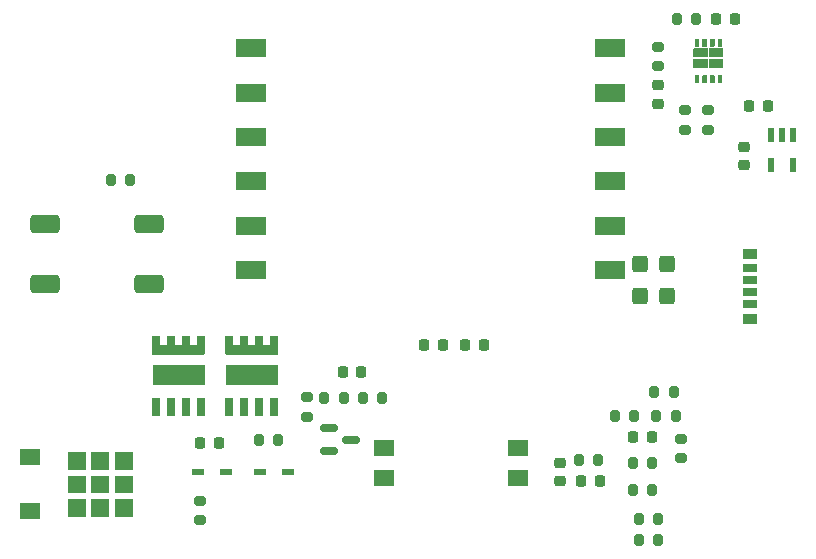
<source format=gbr>
%TF.GenerationSoftware,KiCad,Pcbnew,9.0.5*%
%TF.CreationDate,2025-10-24T12:46:41+03:00*%
%TF.ProjectId,40W SMPS,34305720-534d-4505-932e-6b696361645f,rev?*%
%TF.SameCoordinates,Original*%
%TF.FileFunction,Paste,Top*%
%TF.FilePolarity,Positive*%
%FSLAX46Y46*%
G04 Gerber Fmt 4.6, Leading zero omitted, Abs format (unit mm)*
G04 Created by KiCad (PCBNEW 9.0.5) date 2025-10-24 12:46:41*
%MOMM*%
%LPD*%
G01*
G04 APERTURE LIST*
G04 Aperture macros list*
%AMRoundRect*
0 Rectangle with rounded corners*
0 $1 Rounding radius*
0 $2 $3 $4 $5 $6 $7 $8 $9 X,Y pos of 4 corners*
0 Add a 4 corners polygon primitive as box body*
4,1,4,$2,$3,$4,$5,$6,$7,$8,$9,$2,$3,0*
0 Add four circle primitives for the rounded corners*
1,1,$1+$1,$2,$3*
1,1,$1+$1,$4,$5*
1,1,$1+$1,$6,$7*
1,1,$1+$1,$8,$9*
0 Add four rect primitives between the rounded corners*
20,1,$1+$1,$2,$3,$4,$5,0*
20,1,$1+$1,$4,$5,$6,$7,0*
20,1,$1+$1,$6,$7,$8,$9,0*
20,1,$1+$1,$8,$9,$2,$3,0*%
G04 Aperture macros list end*
%ADD10C,0.010000*%
%ADD11RoundRect,0.200000X-0.200000X-0.275000X0.200000X-0.275000X0.200000X0.275000X-0.200000X0.275000X0*%
%ADD12RoundRect,0.200000X0.275000X-0.200000X0.275000X0.200000X-0.275000X0.200000X-0.275000X-0.200000X0*%
%ADD13RoundRect,0.225000X0.225000X0.250000X-0.225000X0.250000X-0.225000X-0.250000X0.225000X-0.250000X0*%
%ADD14R,0.635000X1.556000*%
%ADD15R,4.443115X0.885250*%
%ADD16R,4.467500X1.753000*%
%ADD17RoundRect,0.250000X-0.425000X0.450000X-0.425000X-0.450000X0.425000X-0.450000X0.425000X0.450000X0*%
%ADD18RoundRect,0.218750X0.218750X0.256250X-0.218750X0.256250X-0.218750X-0.256250X0.218750X-0.256250X0*%
%ADD19RoundRect,0.225000X-0.225000X-0.250000X0.225000X-0.250000X0.225000X0.250000X-0.225000X0.250000X0*%
%ADD20RoundRect,0.073750X-0.221250X0.531250X-0.221250X-0.531250X0.221250X-0.531250X0.221250X0.531250X0*%
%ADD21RoundRect,0.200000X-0.275000X0.200000X-0.275000X-0.200000X0.275000X-0.200000X0.275000X0.200000X0*%
%ADD22R,1.075000X0.500000*%
%ADD23R,1.150000X0.700000*%
%ADD24R,1.150000X0.800000*%
%ADD25R,1.150000X0.900000*%
%ADD26RoundRect,0.218750X0.256250X-0.218750X0.256250X0.218750X-0.256250X0.218750X-0.256250X-0.218750X0*%
%ADD27RoundRect,0.200000X0.200000X0.275000X-0.200000X0.275000X-0.200000X-0.275000X0.200000X-0.275000X0*%
%ADD28R,2.500000X1.520000*%
%ADD29RoundRect,0.225000X0.250000X-0.225000X0.250000X0.225000X-0.250000X0.225000X-0.250000X-0.225000X0*%
%ADD30RoundRect,0.225000X-0.250000X0.225000X-0.250000X-0.225000X0.250000X-0.225000X0.250000X0.225000X0*%
%ADD31R,1.700000X1.450000*%
%ADD32RoundRect,0.150000X-0.587500X-0.150000X0.587500X-0.150000X0.587500X0.150000X-0.587500X0.150000X0*%
%ADD33R,1.800000X1.400000*%
%ADD34RoundRect,0.250000X-0.985000X0.505000X-0.985000X-0.505000X0.985000X-0.505000X0.985000X0.505000X0*%
G04 APERTURE END LIST*
D10*
%TO.C,Q2*%
X228358000Y-44801000D02*
X228360000Y-44801000D01*
X228363000Y-44802000D01*
X228365000Y-44802000D01*
X228368000Y-44803000D01*
X228370000Y-44804000D01*
X228373000Y-44805000D01*
X228375000Y-44807000D01*
X228377000Y-44808000D01*
X228379000Y-44810000D01*
X228381000Y-44811000D01*
X228383000Y-44813000D01*
X228385000Y-44815000D01*
X228387000Y-44817000D01*
X228389000Y-44819000D01*
X228390000Y-44821000D01*
X228392000Y-44823000D01*
X228393000Y-44825000D01*
X228395000Y-44827000D01*
X228396000Y-44830000D01*
X228397000Y-44832000D01*
X228398000Y-44835000D01*
X228398000Y-44837000D01*
X228399000Y-44840000D01*
X228399000Y-44842000D01*
X228400000Y-44845000D01*
X228400000Y-44847000D01*
X228400000Y-44850000D01*
X228400000Y-45350000D01*
X228400000Y-45353000D01*
X228400000Y-45355000D01*
X228399000Y-45358000D01*
X228399000Y-45360000D01*
X228398000Y-45363000D01*
X228398000Y-45365000D01*
X228397000Y-45368000D01*
X228396000Y-45370000D01*
X228395000Y-45373000D01*
X228393000Y-45375000D01*
X228392000Y-45377000D01*
X228390000Y-45379000D01*
X228389000Y-45381000D01*
X228387000Y-45383000D01*
X228385000Y-45385000D01*
X228383000Y-45387000D01*
X228381000Y-45389000D01*
X228379000Y-45390000D01*
X228377000Y-45392000D01*
X228375000Y-45393000D01*
X228373000Y-45395000D01*
X228370000Y-45396000D01*
X228368000Y-45397000D01*
X228365000Y-45398000D01*
X228363000Y-45398000D01*
X228360000Y-45399000D01*
X228358000Y-45399000D01*
X228355000Y-45400000D01*
X228353000Y-45400000D01*
X228350000Y-45400000D01*
X228150000Y-45400000D01*
X228147000Y-45400000D01*
X228145000Y-45400000D01*
X228142000Y-45399000D01*
X228140000Y-45399000D01*
X228137000Y-45398000D01*
X228135000Y-45398000D01*
X228132000Y-45397000D01*
X228130000Y-45396000D01*
X228127000Y-45395000D01*
X228125000Y-45393000D01*
X228123000Y-45392000D01*
X228121000Y-45390000D01*
X228119000Y-45389000D01*
X228117000Y-45387000D01*
X228115000Y-45385000D01*
X228113000Y-45383000D01*
X228111000Y-45381000D01*
X228110000Y-45379000D01*
X228108000Y-45377000D01*
X228107000Y-45375000D01*
X228105000Y-45373000D01*
X228104000Y-45370000D01*
X228103000Y-45368000D01*
X228102000Y-45365000D01*
X228102000Y-45363000D01*
X228101000Y-45360000D01*
X228101000Y-45358000D01*
X228100000Y-45355000D01*
X228100000Y-45353000D01*
X228100000Y-45350000D01*
X228100000Y-44850000D01*
X228100000Y-44847000D01*
X228100000Y-44845000D01*
X228101000Y-44842000D01*
X228101000Y-44840000D01*
X228102000Y-44837000D01*
X228102000Y-44835000D01*
X228103000Y-44832000D01*
X228104000Y-44830000D01*
X228105000Y-44827000D01*
X228107000Y-44825000D01*
X228108000Y-44823000D01*
X228110000Y-44821000D01*
X228111000Y-44819000D01*
X228113000Y-44817000D01*
X228115000Y-44815000D01*
X228117000Y-44813000D01*
X228119000Y-44811000D01*
X228121000Y-44810000D01*
X228123000Y-44808000D01*
X228125000Y-44807000D01*
X228127000Y-44805000D01*
X228130000Y-44804000D01*
X228132000Y-44803000D01*
X228135000Y-44802000D01*
X228137000Y-44802000D01*
X228140000Y-44801000D01*
X228142000Y-44801000D01*
X228145000Y-44800000D01*
X228147000Y-44800000D01*
X228150000Y-44800000D01*
X228350000Y-44800000D01*
X228353000Y-44800000D01*
X228355000Y-44800000D01*
X228358000Y-44801000D01*
G36*
X228358000Y-44801000D02*
G01*
X228360000Y-44801000D01*
X228363000Y-44802000D01*
X228365000Y-44802000D01*
X228368000Y-44803000D01*
X228370000Y-44804000D01*
X228373000Y-44805000D01*
X228375000Y-44807000D01*
X228377000Y-44808000D01*
X228379000Y-44810000D01*
X228381000Y-44811000D01*
X228383000Y-44813000D01*
X228385000Y-44815000D01*
X228387000Y-44817000D01*
X228389000Y-44819000D01*
X228390000Y-44821000D01*
X228392000Y-44823000D01*
X228393000Y-44825000D01*
X228395000Y-44827000D01*
X228396000Y-44830000D01*
X228397000Y-44832000D01*
X228398000Y-44835000D01*
X228398000Y-44837000D01*
X228399000Y-44840000D01*
X228399000Y-44842000D01*
X228400000Y-44845000D01*
X228400000Y-44847000D01*
X228400000Y-44850000D01*
X228400000Y-45350000D01*
X228400000Y-45353000D01*
X228400000Y-45355000D01*
X228399000Y-45358000D01*
X228399000Y-45360000D01*
X228398000Y-45363000D01*
X228398000Y-45365000D01*
X228397000Y-45368000D01*
X228396000Y-45370000D01*
X228395000Y-45373000D01*
X228393000Y-45375000D01*
X228392000Y-45377000D01*
X228390000Y-45379000D01*
X228389000Y-45381000D01*
X228387000Y-45383000D01*
X228385000Y-45385000D01*
X228383000Y-45387000D01*
X228381000Y-45389000D01*
X228379000Y-45390000D01*
X228377000Y-45392000D01*
X228375000Y-45393000D01*
X228373000Y-45395000D01*
X228370000Y-45396000D01*
X228368000Y-45397000D01*
X228365000Y-45398000D01*
X228363000Y-45398000D01*
X228360000Y-45399000D01*
X228358000Y-45399000D01*
X228355000Y-45400000D01*
X228353000Y-45400000D01*
X228350000Y-45400000D01*
X228150000Y-45400000D01*
X228147000Y-45400000D01*
X228145000Y-45400000D01*
X228142000Y-45399000D01*
X228140000Y-45399000D01*
X228137000Y-45398000D01*
X228135000Y-45398000D01*
X228132000Y-45397000D01*
X228130000Y-45396000D01*
X228127000Y-45395000D01*
X228125000Y-45393000D01*
X228123000Y-45392000D01*
X228121000Y-45390000D01*
X228119000Y-45389000D01*
X228117000Y-45387000D01*
X228115000Y-45385000D01*
X228113000Y-45383000D01*
X228111000Y-45381000D01*
X228110000Y-45379000D01*
X228108000Y-45377000D01*
X228107000Y-45375000D01*
X228105000Y-45373000D01*
X228104000Y-45370000D01*
X228103000Y-45368000D01*
X228102000Y-45365000D01*
X228102000Y-45363000D01*
X228101000Y-45360000D01*
X228101000Y-45358000D01*
X228100000Y-45355000D01*
X228100000Y-45353000D01*
X228100000Y-45350000D01*
X228100000Y-44850000D01*
X228100000Y-44847000D01*
X228100000Y-44845000D01*
X228101000Y-44842000D01*
X228101000Y-44840000D01*
X228102000Y-44837000D01*
X228102000Y-44835000D01*
X228103000Y-44832000D01*
X228104000Y-44830000D01*
X228105000Y-44827000D01*
X228107000Y-44825000D01*
X228108000Y-44823000D01*
X228110000Y-44821000D01*
X228111000Y-44819000D01*
X228113000Y-44817000D01*
X228115000Y-44815000D01*
X228117000Y-44813000D01*
X228119000Y-44811000D01*
X228121000Y-44810000D01*
X228123000Y-44808000D01*
X228125000Y-44807000D01*
X228127000Y-44805000D01*
X228130000Y-44804000D01*
X228132000Y-44803000D01*
X228135000Y-44802000D01*
X228137000Y-44802000D01*
X228140000Y-44801000D01*
X228142000Y-44801000D01*
X228145000Y-44800000D01*
X228147000Y-44800000D01*
X228150000Y-44800000D01*
X228350000Y-44800000D01*
X228353000Y-44800000D01*
X228355000Y-44800000D01*
X228358000Y-44801000D01*
G37*
X228358000Y-47901000D02*
X228360000Y-47901000D01*
X228363000Y-47902000D01*
X228365000Y-47902000D01*
X228368000Y-47903000D01*
X228370000Y-47904000D01*
X228373000Y-47905000D01*
X228375000Y-47907000D01*
X228377000Y-47908000D01*
X228379000Y-47910000D01*
X228381000Y-47911000D01*
X228383000Y-47913000D01*
X228385000Y-47915000D01*
X228387000Y-47917000D01*
X228389000Y-47919000D01*
X228390000Y-47921000D01*
X228392000Y-47923000D01*
X228393000Y-47925000D01*
X228395000Y-47927000D01*
X228396000Y-47930000D01*
X228397000Y-47932000D01*
X228398000Y-47935000D01*
X228398000Y-47937000D01*
X228399000Y-47940000D01*
X228399000Y-47942000D01*
X228400000Y-47945000D01*
X228400000Y-47947000D01*
X228400000Y-47950000D01*
X228400000Y-48450000D01*
X228400000Y-48453000D01*
X228400000Y-48455000D01*
X228399000Y-48458000D01*
X228399000Y-48460000D01*
X228398000Y-48463000D01*
X228398000Y-48465000D01*
X228397000Y-48468000D01*
X228396000Y-48470000D01*
X228395000Y-48473000D01*
X228393000Y-48475000D01*
X228392000Y-48477000D01*
X228390000Y-48479000D01*
X228389000Y-48481000D01*
X228387000Y-48483000D01*
X228385000Y-48485000D01*
X228383000Y-48487000D01*
X228381000Y-48489000D01*
X228379000Y-48490000D01*
X228377000Y-48492000D01*
X228375000Y-48493000D01*
X228373000Y-48495000D01*
X228370000Y-48496000D01*
X228368000Y-48497000D01*
X228365000Y-48498000D01*
X228363000Y-48498000D01*
X228360000Y-48499000D01*
X228358000Y-48499000D01*
X228355000Y-48500000D01*
X228353000Y-48500000D01*
X228350000Y-48500000D01*
X228150000Y-48500000D01*
X228147000Y-48500000D01*
X228145000Y-48500000D01*
X228142000Y-48499000D01*
X228140000Y-48499000D01*
X228137000Y-48498000D01*
X228135000Y-48498000D01*
X228132000Y-48497000D01*
X228130000Y-48496000D01*
X228127000Y-48495000D01*
X228125000Y-48493000D01*
X228123000Y-48492000D01*
X228121000Y-48490000D01*
X228119000Y-48489000D01*
X228117000Y-48487000D01*
X228115000Y-48485000D01*
X228113000Y-48483000D01*
X228111000Y-48481000D01*
X228110000Y-48479000D01*
X228108000Y-48477000D01*
X228107000Y-48475000D01*
X228105000Y-48473000D01*
X228104000Y-48470000D01*
X228103000Y-48468000D01*
X228102000Y-48465000D01*
X228102000Y-48463000D01*
X228101000Y-48460000D01*
X228101000Y-48458000D01*
X228100000Y-48455000D01*
X228100000Y-48453000D01*
X228100000Y-48450000D01*
X228100000Y-47950000D01*
X228100000Y-47947000D01*
X228100000Y-47945000D01*
X228101000Y-47942000D01*
X228101000Y-47940000D01*
X228102000Y-47937000D01*
X228102000Y-47935000D01*
X228103000Y-47932000D01*
X228104000Y-47930000D01*
X228105000Y-47927000D01*
X228107000Y-47925000D01*
X228108000Y-47923000D01*
X228110000Y-47921000D01*
X228111000Y-47919000D01*
X228113000Y-47917000D01*
X228115000Y-47915000D01*
X228117000Y-47913000D01*
X228119000Y-47911000D01*
X228121000Y-47910000D01*
X228123000Y-47908000D01*
X228125000Y-47907000D01*
X228127000Y-47905000D01*
X228130000Y-47904000D01*
X228132000Y-47903000D01*
X228135000Y-47902000D01*
X228137000Y-47902000D01*
X228140000Y-47901000D01*
X228142000Y-47901000D01*
X228145000Y-47900000D01*
X228147000Y-47900000D01*
X228150000Y-47900000D01*
X228350000Y-47900000D01*
X228353000Y-47900000D01*
X228355000Y-47900000D01*
X228358000Y-47901000D01*
G36*
X228358000Y-47901000D02*
G01*
X228360000Y-47901000D01*
X228363000Y-47902000D01*
X228365000Y-47902000D01*
X228368000Y-47903000D01*
X228370000Y-47904000D01*
X228373000Y-47905000D01*
X228375000Y-47907000D01*
X228377000Y-47908000D01*
X228379000Y-47910000D01*
X228381000Y-47911000D01*
X228383000Y-47913000D01*
X228385000Y-47915000D01*
X228387000Y-47917000D01*
X228389000Y-47919000D01*
X228390000Y-47921000D01*
X228392000Y-47923000D01*
X228393000Y-47925000D01*
X228395000Y-47927000D01*
X228396000Y-47930000D01*
X228397000Y-47932000D01*
X228398000Y-47935000D01*
X228398000Y-47937000D01*
X228399000Y-47940000D01*
X228399000Y-47942000D01*
X228400000Y-47945000D01*
X228400000Y-47947000D01*
X228400000Y-47950000D01*
X228400000Y-48450000D01*
X228400000Y-48453000D01*
X228400000Y-48455000D01*
X228399000Y-48458000D01*
X228399000Y-48460000D01*
X228398000Y-48463000D01*
X228398000Y-48465000D01*
X228397000Y-48468000D01*
X228396000Y-48470000D01*
X228395000Y-48473000D01*
X228393000Y-48475000D01*
X228392000Y-48477000D01*
X228390000Y-48479000D01*
X228389000Y-48481000D01*
X228387000Y-48483000D01*
X228385000Y-48485000D01*
X228383000Y-48487000D01*
X228381000Y-48489000D01*
X228379000Y-48490000D01*
X228377000Y-48492000D01*
X228375000Y-48493000D01*
X228373000Y-48495000D01*
X228370000Y-48496000D01*
X228368000Y-48497000D01*
X228365000Y-48498000D01*
X228363000Y-48498000D01*
X228360000Y-48499000D01*
X228358000Y-48499000D01*
X228355000Y-48500000D01*
X228353000Y-48500000D01*
X228350000Y-48500000D01*
X228150000Y-48500000D01*
X228147000Y-48500000D01*
X228145000Y-48500000D01*
X228142000Y-48499000D01*
X228140000Y-48499000D01*
X228137000Y-48498000D01*
X228135000Y-48498000D01*
X228132000Y-48497000D01*
X228130000Y-48496000D01*
X228127000Y-48495000D01*
X228125000Y-48493000D01*
X228123000Y-48492000D01*
X228121000Y-48490000D01*
X228119000Y-48489000D01*
X228117000Y-48487000D01*
X228115000Y-48485000D01*
X228113000Y-48483000D01*
X228111000Y-48481000D01*
X228110000Y-48479000D01*
X228108000Y-48477000D01*
X228107000Y-48475000D01*
X228105000Y-48473000D01*
X228104000Y-48470000D01*
X228103000Y-48468000D01*
X228102000Y-48465000D01*
X228102000Y-48463000D01*
X228101000Y-48460000D01*
X228101000Y-48458000D01*
X228100000Y-48455000D01*
X228100000Y-48453000D01*
X228100000Y-48450000D01*
X228100000Y-47950000D01*
X228100000Y-47947000D01*
X228100000Y-47945000D01*
X228101000Y-47942000D01*
X228101000Y-47940000D01*
X228102000Y-47937000D01*
X228102000Y-47935000D01*
X228103000Y-47932000D01*
X228104000Y-47930000D01*
X228105000Y-47927000D01*
X228107000Y-47925000D01*
X228108000Y-47923000D01*
X228110000Y-47921000D01*
X228111000Y-47919000D01*
X228113000Y-47917000D01*
X228115000Y-47915000D01*
X228117000Y-47913000D01*
X228119000Y-47911000D01*
X228121000Y-47910000D01*
X228123000Y-47908000D01*
X228125000Y-47907000D01*
X228127000Y-47905000D01*
X228130000Y-47904000D01*
X228132000Y-47903000D01*
X228135000Y-47902000D01*
X228137000Y-47902000D01*
X228140000Y-47901000D01*
X228142000Y-47901000D01*
X228145000Y-47900000D01*
X228147000Y-47900000D01*
X228150000Y-47900000D01*
X228350000Y-47900000D01*
X228353000Y-47900000D01*
X228355000Y-47900000D01*
X228358000Y-47901000D01*
G37*
X229008000Y-44801000D02*
X229010000Y-44801000D01*
X229013000Y-44802000D01*
X229015000Y-44802000D01*
X229018000Y-44803000D01*
X229020000Y-44804000D01*
X229023000Y-44805000D01*
X229025000Y-44807000D01*
X229027000Y-44808000D01*
X229029000Y-44810000D01*
X229031000Y-44811000D01*
X229033000Y-44813000D01*
X229035000Y-44815000D01*
X229037000Y-44817000D01*
X229039000Y-44819000D01*
X229040000Y-44821000D01*
X229042000Y-44823000D01*
X229043000Y-44825000D01*
X229045000Y-44827000D01*
X229046000Y-44830000D01*
X229047000Y-44832000D01*
X229048000Y-44835000D01*
X229048000Y-44837000D01*
X229049000Y-44840000D01*
X229049000Y-44842000D01*
X229050000Y-44845000D01*
X229050000Y-44847000D01*
X229050000Y-44850000D01*
X229050000Y-45350000D01*
X229050000Y-45353000D01*
X229050000Y-45355000D01*
X229049000Y-45358000D01*
X229049000Y-45360000D01*
X229048000Y-45363000D01*
X229048000Y-45365000D01*
X229047000Y-45368000D01*
X229046000Y-45370000D01*
X229045000Y-45373000D01*
X229043000Y-45375000D01*
X229042000Y-45377000D01*
X229040000Y-45379000D01*
X229039000Y-45381000D01*
X229037000Y-45383000D01*
X229035000Y-45385000D01*
X229033000Y-45387000D01*
X229031000Y-45389000D01*
X229029000Y-45390000D01*
X229027000Y-45392000D01*
X229025000Y-45393000D01*
X229023000Y-45395000D01*
X229020000Y-45396000D01*
X229018000Y-45397000D01*
X229015000Y-45398000D01*
X229013000Y-45398000D01*
X229010000Y-45399000D01*
X229008000Y-45399000D01*
X229005000Y-45400000D01*
X229003000Y-45400000D01*
X229000000Y-45400000D01*
X228800000Y-45400000D01*
X228797000Y-45400000D01*
X228795000Y-45400000D01*
X228792000Y-45399000D01*
X228790000Y-45399000D01*
X228787000Y-45398000D01*
X228785000Y-45398000D01*
X228782000Y-45397000D01*
X228780000Y-45396000D01*
X228777000Y-45395000D01*
X228775000Y-45393000D01*
X228773000Y-45392000D01*
X228771000Y-45390000D01*
X228769000Y-45389000D01*
X228767000Y-45387000D01*
X228765000Y-45385000D01*
X228763000Y-45383000D01*
X228761000Y-45381000D01*
X228760000Y-45379000D01*
X228758000Y-45377000D01*
X228757000Y-45375000D01*
X228755000Y-45373000D01*
X228754000Y-45370000D01*
X228753000Y-45368000D01*
X228752000Y-45365000D01*
X228752000Y-45363000D01*
X228751000Y-45360000D01*
X228751000Y-45358000D01*
X228750000Y-45355000D01*
X228750000Y-45353000D01*
X228750000Y-45350000D01*
X228750000Y-44850000D01*
X228750000Y-44847000D01*
X228750000Y-44845000D01*
X228751000Y-44842000D01*
X228751000Y-44840000D01*
X228752000Y-44837000D01*
X228752000Y-44835000D01*
X228753000Y-44832000D01*
X228754000Y-44830000D01*
X228755000Y-44827000D01*
X228757000Y-44825000D01*
X228758000Y-44823000D01*
X228760000Y-44821000D01*
X228761000Y-44819000D01*
X228763000Y-44817000D01*
X228765000Y-44815000D01*
X228767000Y-44813000D01*
X228769000Y-44811000D01*
X228771000Y-44810000D01*
X228773000Y-44808000D01*
X228775000Y-44807000D01*
X228777000Y-44805000D01*
X228780000Y-44804000D01*
X228782000Y-44803000D01*
X228785000Y-44802000D01*
X228787000Y-44802000D01*
X228790000Y-44801000D01*
X228792000Y-44801000D01*
X228795000Y-44800000D01*
X228797000Y-44800000D01*
X228800000Y-44800000D01*
X229000000Y-44800000D01*
X229003000Y-44800000D01*
X229005000Y-44800000D01*
X229008000Y-44801000D01*
G36*
X229008000Y-44801000D02*
G01*
X229010000Y-44801000D01*
X229013000Y-44802000D01*
X229015000Y-44802000D01*
X229018000Y-44803000D01*
X229020000Y-44804000D01*
X229023000Y-44805000D01*
X229025000Y-44807000D01*
X229027000Y-44808000D01*
X229029000Y-44810000D01*
X229031000Y-44811000D01*
X229033000Y-44813000D01*
X229035000Y-44815000D01*
X229037000Y-44817000D01*
X229039000Y-44819000D01*
X229040000Y-44821000D01*
X229042000Y-44823000D01*
X229043000Y-44825000D01*
X229045000Y-44827000D01*
X229046000Y-44830000D01*
X229047000Y-44832000D01*
X229048000Y-44835000D01*
X229048000Y-44837000D01*
X229049000Y-44840000D01*
X229049000Y-44842000D01*
X229050000Y-44845000D01*
X229050000Y-44847000D01*
X229050000Y-44850000D01*
X229050000Y-45350000D01*
X229050000Y-45353000D01*
X229050000Y-45355000D01*
X229049000Y-45358000D01*
X229049000Y-45360000D01*
X229048000Y-45363000D01*
X229048000Y-45365000D01*
X229047000Y-45368000D01*
X229046000Y-45370000D01*
X229045000Y-45373000D01*
X229043000Y-45375000D01*
X229042000Y-45377000D01*
X229040000Y-45379000D01*
X229039000Y-45381000D01*
X229037000Y-45383000D01*
X229035000Y-45385000D01*
X229033000Y-45387000D01*
X229031000Y-45389000D01*
X229029000Y-45390000D01*
X229027000Y-45392000D01*
X229025000Y-45393000D01*
X229023000Y-45395000D01*
X229020000Y-45396000D01*
X229018000Y-45397000D01*
X229015000Y-45398000D01*
X229013000Y-45398000D01*
X229010000Y-45399000D01*
X229008000Y-45399000D01*
X229005000Y-45400000D01*
X229003000Y-45400000D01*
X229000000Y-45400000D01*
X228800000Y-45400000D01*
X228797000Y-45400000D01*
X228795000Y-45400000D01*
X228792000Y-45399000D01*
X228790000Y-45399000D01*
X228787000Y-45398000D01*
X228785000Y-45398000D01*
X228782000Y-45397000D01*
X228780000Y-45396000D01*
X228777000Y-45395000D01*
X228775000Y-45393000D01*
X228773000Y-45392000D01*
X228771000Y-45390000D01*
X228769000Y-45389000D01*
X228767000Y-45387000D01*
X228765000Y-45385000D01*
X228763000Y-45383000D01*
X228761000Y-45381000D01*
X228760000Y-45379000D01*
X228758000Y-45377000D01*
X228757000Y-45375000D01*
X228755000Y-45373000D01*
X228754000Y-45370000D01*
X228753000Y-45368000D01*
X228752000Y-45365000D01*
X228752000Y-45363000D01*
X228751000Y-45360000D01*
X228751000Y-45358000D01*
X228750000Y-45355000D01*
X228750000Y-45353000D01*
X228750000Y-45350000D01*
X228750000Y-44850000D01*
X228750000Y-44847000D01*
X228750000Y-44845000D01*
X228751000Y-44842000D01*
X228751000Y-44840000D01*
X228752000Y-44837000D01*
X228752000Y-44835000D01*
X228753000Y-44832000D01*
X228754000Y-44830000D01*
X228755000Y-44827000D01*
X228757000Y-44825000D01*
X228758000Y-44823000D01*
X228760000Y-44821000D01*
X228761000Y-44819000D01*
X228763000Y-44817000D01*
X228765000Y-44815000D01*
X228767000Y-44813000D01*
X228769000Y-44811000D01*
X228771000Y-44810000D01*
X228773000Y-44808000D01*
X228775000Y-44807000D01*
X228777000Y-44805000D01*
X228780000Y-44804000D01*
X228782000Y-44803000D01*
X228785000Y-44802000D01*
X228787000Y-44802000D01*
X228790000Y-44801000D01*
X228792000Y-44801000D01*
X228795000Y-44800000D01*
X228797000Y-44800000D01*
X228800000Y-44800000D01*
X229000000Y-44800000D01*
X229003000Y-44800000D01*
X229005000Y-44800000D01*
X229008000Y-44801000D01*
G37*
X229008000Y-47901000D02*
X229010000Y-47901000D01*
X229013000Y-47902000D01*
X229015000Y-47902000D01*
X229018000Y-47903000D01*
X229020000Y-47904000D01*
X229023000Y-47905000D01*
X229025000Y-47907000D01*
X229027000Y-47908000D01*
X229029000Y-47910000D01*
X229031000Y-47911000D01*
X229033000Y-47913000D01*
X229035000Y-47915000D01*
X229037000Y-47917000D01*
X229039000Y-47919000D01*
X229040000Y-47921000D01*
X229042000Y-47923000D01*
X229043000Y-47925000D01*
X229045000Y-47927000D01*
X229046000Y-47930000D01*
X229047000Y-47932000D01*
X229048000Y-47935000D01*
X229048000Y-47937000D01*
X229049000Y-47940000D01*
X229049000Y-47942000D01*
X229050000Y-47945000D01*
X229050000Y-47947000D01*
X229050000Y-47950000D01*
X229050000Y-48450000D01*
X229050000Y-48453000D01*
X229050000Y-48455000D01*
X229049000Y-48458000D01*
X229049000Y-48460000D01*
X229048000Y-48463000D01*
X229048000Y-48465000D01*
X229047000Y-48468000D01*
X229046000Y-48470000D01*
X229045000Y-48473000D01*
X229043000Y-48475000D01*
X229042000Y-48477000D01*
X229040000Y-48479000D01*
X229039000Y-48481000D01*
X229037000Y-48483000D01*
X229035000Y-48485000D01*
X229033000Y-48487000D01*
X229031000Y-48489000D01*
X229029000Y-48490000D01*
X229027000Y-48492000D01*
X229025000Y-48493000D01*
X229023000Y-48495000D01*
X229020000Y-48496000D01*
X229018000Y-48497000D01*
X229015000Y-48498000D01*
X229013000Y-48498000D01*
X229010000Y-48499000D01*
X229008000Y-48499000D01*
X229005000Y-48500000D01*
X229003000Y-48500000D01*
X229000000Y-48500000D01*
X228800000Y-48500000D01*
X228797000Y-48500000D01*
X228795000Y-48500000D01*
X228792000Y-48499000D01*
X228790000Y-48499000D01*
X228787000Y-48498000D01*
X228785000Y-48498000D01*
X228782000Y-48497000D01*
X228780000Y-48496000D01*
X228777000Y-48495000D01*
X228775000Y-48493000D01*
X228773000Y-48492000D01*
X228771000Y-48490000D01*
X228769000Y-48489000D01*
X228767000Y-48487000D01*
X228765000Y-48485000D01*
X228763000Y-48483000D01*
X228761000Y-48481000D01*
X228760000Y-48479000D01*
X228758000Y-48477000D01*
X228757000Y-48475000D01*
X228755000Y-48473000D01*
X228754000Y-48470000D01*
X228753000Y-48468000D01*
X228752000Y-48465000D01*
X228752000Y-48463000D01*
X228751000Y-48460000D01*
X228751000Y-48458000D01*
X228750000Y-48455000D01*
X228750000Y-48453000D01*
X228750000Y-48450000D01*
X228750000Y-47950000D01*
X228750000Y-47947000D01*
X228750000Y-47945000D01*
X228751000Y-47942000D01*
X228751000Y-47940000D01*
X228752000Y-47937000D01*
X228752000Y-47935000D01*
X228753000Y-47932000D01*
X228754000Y-47930000D01*
X228755000Y-47927000D01*
X228757000Y-47925000D01*
X228758000Y-47923000D01*
X228760000Y-47921000D01*
X228761000Y-47919000D01*
X228763000Y-47917000D01*
X228765000Y-47915000D01*
X228767000Y-47913000D01*
X228769000Y-47911000D01*
X228771000Y-47910000D01*
X228773000Y-47908000D01*
X228775000Y-47907000D01*
X228777000Y-47905000D01*
X228780000Y-47904000D01*
X228782000Y-47903000D01*
X228785000Y-47902000D01*
X228787000Y-47902000D01*
X228790000Y-47901000D01*
X228792000Y-47901000D01*
X228795000Y-47900000D01*
X228797000Y-47900000D01*
X228800000Y-47900000D01*
X229000000Y-47900000D01*
X229003000Y-47900000D01*
X229005000Y-47900000D01*
X229008000Y-47901000D01*
G36*
X229008000Y-47901000D02*
G01*
X229010000Y-47901000D01*
X229013000Y-47902000D01*
X229015000Y-47902000D01*
X229018000Y-47903000D01*
X229020000Y-47904000D01*
X229023000Y-47905000D01*
X229025000Y-47907000D01*
X229027000Y-47908000D01*
X229029000Y-47910000D01*
X229031000Y-47911000D01*
X229033000Y-47913000D01*
X229035000Y-47915000D01*
X229037000Y-47917000D01*
X229039000Y-47919000D01*
X229040000Y-47921000D01*
X229042000Y-47923000D01*
X229043000Y-47925000D01*
X229045000Y-47927000D01*
X229046000Y-47930000D01*
X229047000Y-47932000D01*
X229048000Y-47935000D01*
X229048000Y-47937000D01*
X229049000Y-47940000D01*
X229049000Y-47942000D01*
X229050000Y-47945000D01*
X229050000Y-47947000D01*
X229050000Y-47950000D01*
X229050000Y-48450000D01*
X229050000Y-48453000D01*
X229050000Y-48455000D01*
X229049000Y-48458000D01*
X229049000Y-48460000D01*
X229048000Y-48463000D01*
X229048000Y-48465000D01*
X229047000Y-48468000D01*
X229046000Y-48470000D01*
X229045000Y-48473000D01*
X229043000Y-48475000D01*
X229042000Y-48477000D01*
X229040000Y-48479000D01*
X229039000Y-48481000D01*
X229037000Y-48483000D01*
X229035000Y-48485000D01*
X229033000Y-48487000D01*
X229031000Y-48489000D01*
X229029000Y-48490000D01*
X229027000Y-48492000D01*
X229025000Y-48493000D01*
X229023000Y-48495000D01*
X229020000Y-48496000D01*
X229018000Y-48497000D01*
X229015000Y-48498000D01*
X229013000Y-48498000D01*
X229010000Y-48499000D01*
X229008000Y-48499000D01*
X229005000Y-48500000D01*
X229003000Y-48500000D01*
X229000000Y-48500000D01*
X228800000Y-48500000D01*
X228797000Y-48500000D01*
X228795000Y-48500000D01*
X228792000Y-48499000D01*
X228790000Y-48499000D01*
X228787000Y-48498000D01*
X228785000Y-48498000D01*
X228782000Y-48497000D01*
X228780000Y-48496000D01*
X228777000Y-48495000D01*
X228775000Y-48493000D01*
X228773000Y-48492000D01*
X228771000Y-48490000D01*
X228769000Y-48489000D01*
X228767000Y-48487000D01*
X228765000Y-48485000D01*
X228763000Y-48483000D01*
X228761000Y-48481000D01*
X228760000Y-48479000D01*
X228758000Y-48477000D01*
X228757000Y-48475000D01*
X228755000Y-48473000D01*
X228754000Y-48470000D01*
X228753000Y-48468000D01*
X228752000Y-48465000D01*
X228752000Y-48463000D01*
X228751000Y-48460000D01*
X228751000Y-48458000D01*
X228750000Y-48455000D01*
X228750000Y-48453000D01*
X228750000Y-48450000D01*
X228750000Y-47950000D01*
X228750000Y-47947000D01*
X228750000Y-47945000D01*
X228751000Y-47942000D01*
X228751000Y-47940000D01*
X228752000Y-47937000D01*
X228752000Y-47935000D01*
X228753000Y-47932000D01*
X228754000Y-47930000D01*
X228755000Y-47927000D01*
X228757000Y-47925000D01*
X228758000Y-47923000D01*
X228760000Y-47921000D01*
X228761000Y-47919000D01*
X228763000Y-47917000D01*
X228765000Y-47915000D01*
X228767000Y-47913000D01*
X228769000Y-47911000D01*
X228771000Y-47910000D01*
X228773000Y-47908000D01*
X228775000Y-47907000D01*
X228777000Y-47905000D01*
X228780000Y-47904000D01*
X228782000Y-47903000D01*
X228785000Y-47902000D01*
X228787000Y-47902000D01*
X228790000Y-47901000D01*
X228792000Y-47901000D01*
X228795000Y-47900000D01*
X228797000Y-47900000D01*
X228800000Y-47900000D01*
X229000000Y-47900000D01*
X229003000Y-47900000D01*
X229005000Y-47900000D01*
X229008000Y-47901000D01*
G37*
X229658000Y-44801000D02*
X229660000Y-44801000D01*
X229663000Y-44802000D01*
X229665000Y-44802000D01*
X229668000Y-44803000D01*
X229670000Y-44804000D01*
X229673000Y-44805000D01*
X229675000Y-44807000D01*
X229677000Y-44808000D01*
X229679000Y-44810000D01*
X229681000Y-44811000D01*
X229683000Y-44813000D01*
X229685000Y-44815000D01*
X229687000Y-44817000D01*
X229689000Y-44819000D01*
X229690000Y-44821000D01*
X229692000Y-44823000D01*
X229693000Y-44825000D01*
X229695000Y-44827000D01*
X229696000Y-44830000D01*
X229697000Y-44832000D01*
X229698000Y-44835000D01*
X229698000Y-44837000D01*
X229699000Y-44840000D01*
X229699000Y-44842000D01*
X229700000Y-44845000D01*
X229700000Y-44847000D01*
X229700000Y-44850000D01*
X229700000Y-45350000D01*
X229700000Y-45353000D01*
X229700000Y-45355000D01*
X229699000Y-45358000D01*
X229699000Y-45360000D01*
X229698000Y-45363000D01*
X229698000Y-45365000D01*
X229697000Y-45368000D01*
X229696000Y-45370000D01*
X229695000Y-45373000D01*
X229693000Y-45375000D01*
X229692000Y-45377000D01*
X229690000Y-45379000D01*
X229689000Y-45381000D01*
X229687000Y-45383000D01*
X229685000Y-45385000D01*
X229683000Y-45387000D01*
X229681000Y-45389000D01*
X229679000Y-45390000D01*
X229677000Y-45392000D01*
X229675000Y-45393000D01*
X229673000Y-45395000D01*
X229670000Y-45396000D01*
X229668000Y-45397000D01*
X229665000Y-45398000D01*
X229663000Y-45398000D01*
X229660000Y-45399000D01*
X229658000Y-45399000D01*
X229655000Y-45400000D01*
X229653000Y-45400000D01*
X229650000Y-45400000D01*
X229450000Y-45400000D01*
X229447000Y-45400000D01*
X229445000Y-45400000D01*
X229442000Y-45399000D01*
X229440000Y-45399000D01*
X229437000Y-45398000D01*
X229435000Y-45398000D01*
X229432000Y-45397000D01*
X229430000Y-45396000D01*
X229427000Y-45395000D01*
X229425000Y-45393000D01*
X229423000Y-45392000D01*
X229421000Y-45390000D01*
X229419000Y-45389000D01*
X229417000Y-45387000D01*
X229415000Y-45385000D01*
X229413000Y-45383000D01*
X229411000Y-45381000D01*
X229410000Y-45379000D01*
X229408000Y-45377000D01*
X229407000Y-45375000D01*
X229405000Y-45373000D01*
X229404000Y-45370000D01*
X229403000Y-45368000D01*
X229402000Y-45365000D01*
X229402000Y-45363000D01*
X229401000Y-45360000D01*
X229401000Y-45358000D01*
X229400000Y-45355000D01*
X229400000Y-45353000D01*
X229400000Y-45350000D01*
X229400000Y-44850000D01*
X229400000Y-44847000D01*
X229400000Y-44845000D01*
X229401000Y-44842000D01*
X229401000Y-44840000D01*
X229402000Y-44837000D01*
X229402000Y-44835000D01*
X229403000Y-44832000D01*
X229404000Y-44830000D01*
X229405000Y-44827000D01*
X229407000Y-44825000D01*
X229408000Y-44823000D01*
X229410000Y-44821000D01*
X229411000Y-44819000D01*
X229413000Y-44817000D01*
X229415000Y-44815000D01*
X229417000Y-44813000D01*
X229419000Y-44811000D01*
X229421000Y-44810000D01*
X229423000Y-44808000D01*
X229425000Y-44807000D01*
X229427000Y-44805000D01*
X229430000Y-44804000D01*
X229432000Y-44803000D01*
X229435000Y-44802000D01*
X229437000Y-44802000D01*
X229440000Y-44801000D01*
X229442000Y-44801000D01*
X229445000Y-44800000D01*
X229447000Y-44800000D01*
X229450000Y-44800000D01*
X229650000Y-44800000D01*
X229653000Y-44800000D01*
X229655000Y-44800000D01*
X229658000Y-44801000D01*
G36*
X229658000Y-44801000D02*
G01*
X229660000Y-44801000D01*
X229663000Y-44802000D01*
X229665000Y-44802000D01*
X229668000Y-44803000D01*
X229670000Y-44804000D01*
X229673000Y-44805000D01*
X229675000Y-44807000D01*
X229677000Y-44808000D01*
X229679000Y-44810000D01*
X229681000Y-44811000D01*
X229683000Y-44813000D01*
X229685000Y-44815000D01*
X229687000Y-44817000D01*
X229689000Y-44819000D01*
X229690000Y-44821000D01*
X229692000Y-44823000D01*
X229693000Y-44825000D01*
X229695000Y-44827000D01*
X229696000Y-44830000D01*
X229697000Y-44832000D01*
X229698000Y-44835000D01*
X229698000Y-44837000D01*
X229699000Y-44840000D01*
X229699000Y-44842000D01*
X229700000Y-44845000D01*
X229700000Y-44847000D01*
X229700000Y-44850000D01*
X229700000Y-45350000D01*
X229700000Y-45353000D01*
X229700000Y-45355000D01*
X229699000Y-45358000D01*
X229699000Y-45360000D01*
X229698000Y-45363000D01*
X229698000Y-45365000D01*
X229697000Y-45368000D01*
X229696000Y-45370000D01*
X229695000Y-45373000D01*
X229693000Y-45375000D01*
X229692000Y-45377000D01*
X229690000Y-45379000D01*
X229689000Y-45381000D01*
X229687000Y-45383000D01*
X229685000Y-45385000D01*
X229683000Y-45387000D01*
X229681000Y-45389000D01*
X229679000Y-45390000D01*
X229677000Y-45392000D01*
X229675000Y-45393000D01*
X229673000Y-45395000D01*
X229670000Y-45396000D01*
X229668000Y-45397000D01*
X229665000Y-45398000D01*
X229663000Y-45398000D01*
X229660000Y-45399000D01*
X229658000Y-45399000D01*
X229655000Y-45400000D01*
X229653000Y-45400000D01*
X229650000Y-45400000D01*
X229450000Y-45400000D01*
X229447000Y-45400000D01*
X229445000Y-45400000D01*
X229442000Y-45399000D01*
X229440000Y-45399000D01*
X229437000Y-45398000D01*
X229435000Y-45398000D01*
X229432000Y-45397000D01*
X229430000Y-45396000D01*
X229427000Y-45395000D01*
X229425000Y-45393000D01*
X229423000Y-45392000D01*
X229421000Y-45390000D01*
X229419000Y-45389000D01*
X229417000Y-45387000D01*
X229415000Y-45385000D01*
X229413000Y-45383000D01*
X229411000Y-45381000D01*
X229410000Y-45379000D01*
X229408000Y-45377000D01*
X229407000Y-45375000D01*
X229405000Y-45373000D01*
X229404000Y-45370000D01*
X229403000Y-45368000D01*
X229402000Y-45365000D01*
X229402000Y-45363000D01*
X229401000Y-45360000D01*
X229401000Y-45358000D01*
X229400000Y-45355000D01*
X229400000Y-45353000D01*
X229400000Y-45350000D01*
X229400000Y-44850000D01*
X229400000Y-44847000D01*
X229400000Y-44845000D01*
X229401000Y-44842000D01*
X229401000Y-44840000D01*
X229402000Y-44837000D01*
X229402000Y-44835000D01*
X229403000Y-44832000D01*
X229404000Y-44830000D01*
X229405000Y-44827000D01*
X229407000Y-44825000D01*
X229408000Y-44823000D01*
X229410000Y-44821000D01*
X229411000Y-44819000D01*
X229413000Y-44817000D01*
X229415000Y-44815000D01*
X229417000Y-44813000D01*
X229419000Y-44811000D01*
X229421000Y-44810000D01*
X229423000Y-44808000D01*
X229425000Y-44807000D01*
X229427000Y-44805000D01*
X229430000Y-44804000D01*
X229432000Y-44803000D01*
X229435000Y-44802000D01*
X229437000Y-44802000D01*
X229440000Y-44801000D01*
X229442000Y-44801000D01*
X229445000Y-44800000D01*
X229447000Y-44800000D01*
X229450000Y-44800000D01*
X229650000Y-44800000D01*
X229653000Y-44800000D01*
X229655000Y-44800000D01*
X229658000Y-44801000D01*
G37*
X229658000Y-47901000D02*
X229660000Y-47901000D01*
X229663000Y-47902000D01*
X229665000Y-47902000D01*
X229668000Y-47903000D01*
X229670000Y-47904000D01*
X229673000Y-47905000D01*
X229675000Y-47907000D01*
X229677000Y-47908000D01*
X229679000Y-47910000D01*
X229681000Y-47911000D01*
X229683000Y-47913000D01*
X229685000Y-47915000D01*
X229687000Y-47917000D01*
X229689000Y-47919000D01*
X229690000Y-47921000D01*
X229692000Y-47923000D01*
X229693000Y-47925000D01*
X229695000Y-47927000D01*
X229696000Y-47930000D01*
X229697000Y-47932000D01*
X229698000Y-47935000D01*
X229698000Y-47937000D01*
X229699000Y-47940000D01*
X229699000Y-47942000D01*
X229700000Y-47945000D01*
X229700000Y-47947000D01*
X229700000Y-47950000D01*
X229700000Y-48450000D01*
X229700000Y-48453000D01*
X229700000Y-48455000D01*
X229699000Y-48458000D01*
X229699000Y-48460000D01*
X229698000Y-48463000D01*
X229698000Y-48465000D01*
X229697000Y-48468000D01*
X229696000Y-48470000D01*
X229695000Y-48473000D01*
X229693000Y-48475000D01*
X229692000Y-48477000D01*
X229690000Y-48479000D01*
X229689000Y-48481000D01*
X229687000Y-48483000D01*
X229685000Y-48485000D01*
X229683000Y-48487000D01*
X229681000Y-48489000D01*
X229679000Y-48490000D01*
X229677000Y-48492000D01*
X229675000Y-48493000D01*
X229673000Y-48495000D01*
X229670000Y-48496000D01*
X229668000Y-48497000D01*
X229665000Y-48498000D01*
X229663000Y-48498000D01*
X229660000Y-48499000D01*
X229658000Y-48499000D01*
X229655000Y-48500000D01*
X229653000Y-48500000D01*
X229650000Y-48500000D01*
X229450000Y-48500000D01*
X229447000Y-48500000D01*
X229445000Y-48500000D01*
X229442000Y-48499000D01*
X229440000Y-48499000D01*
X229437000Y-48498000D01*
X229435000Y-48498000D01*
X229432000Y-48497000D01*
X229430000Y-48496000D01*
X229427000Y-48495000D01*
X229425000Y-48493000D01*
X229423000Y-48492000D01*
X229421000Y-48490000D01*
X229419000Y-48489000D01*
X229417000Y-48487000D01*
X229415000Y-48485000D01*
X229413000Y-48483000D01*
X229411000Y-48481000D01*
X229410000Y-48479000D01*
X229408000Y-48477000D01*
X229407000Y-48475000D01*
X229405000Y-48473000D01*
X229404000Y-48470000D01*
X229403000Y-48468000D01*
X229402000Y-48465000D01*
X229402000Y-48463000D01*
X229401000Y-48460000D01*
X229401000Y-48458000D01*
X229400000Y-48455000D01*
X229400000Y-48453000D01*
X229400000Y-48450000D01*
X229400000Y-47950000D01*
X229400000Y-47947000D01*
X229400000Y-47945000D01*
X229401000Y-47942000D01*
X229401000Y-47940000D01*
X229402000Y-47937000D01*
X229402000Y-47935000D01*
X229403000Y-47932000D01*
X229404000Y-47930000D01*
X229405000Y-47927000D01*
X229407000Y-47925000D01*
X229408000Y-47923000D01*
X229410000Y-47921000D01*
X229411000Y-47919000D01*
X229413000Y-47917000D01*
X229415000Y-47915000D01*
X229417000Y-47913000D01*
X229419000Y-47911000D01*
X229421000Y-47910000D01*
X229423000Y-47908000D01*
X229425000Y-47907000D01*
X229427000Y-47905000D01*
X229430000Y-47904000D01*
X229432000Y-47903000D01*
X229435000Y-47902000D01*
X229437000Y-47902000D01*
X229440000Y-47901000D01*
X229442000Y-47901000D01*
X229445000Y-47900000D01*
X229447000Y-47900000D01*
X229450000Y-47900000D01*
X229650000Y-47900000D01*
X229653000Y-47900000D01*
X229655000Y-47900000D01*
X229658000Y-47901000D01*
G36*
X229658000Y-47901000D02*
G01*
X229660000Y-47901000D01*
X229663000Y-47902000D01*
X229665000Y-47902000D01*
X229668000Y-47903000D01*
X229670000Y-47904000D01*
X229673000Y-47905000D01*
X229675000Y-47907000D01*
X229677000Y-47908000D01*
X229679000Y-47910000D01*
X229681000Y-47911000D01*
X229683000Y-47913000D01*
X229685000Y-47915000D01*
X229687000Y-47917000D01*
X229689000Y-47919000D01*
X229690000Y-47921000D01*
X229692000Y-47923000D01*
X229693000Y-47925000D01*
X229695000Y-47927000D01*
X229696000Y-47930000D01*
X229697000Y-47932000D01*
X229698000Y-47935000D01*
X229698000Y-47937000D01*
X229699000Y-47940000D01*
X229699000Y-47942000D01*
X229700000Y-47945000D01*
X229700000Y-47947000D01*
X229700000Y-47950000D01*
X229700000Y-48450000D01*
X229700000Y-48453000D01*
X229700000Y-48455000D01*
X229699000Y-48458000D01*
X229699000Y-48460000D01*
X229698000Y-48463000D01*
X229698000Y-48465000D01*
X229697000Y-48468000D01*
X229696000Y-48470000D01*
X229695000Y-48473000D01*
X229693000Y-48475000D01*
X229692000Y-48477000D01*
X229690000Y-48479000D01*
X229689000Y-48481000D01*
X229687000Y-48483000D01*
X229685000Y-48485000D01*
X229683000Y-48487000D01*
X229681000Y-48489000D01*
X229679000Y-48490000D01*
X229677000Y-48492000D01*
X229675000Y-48493000D01*
X229673000Y-48495000D01*
X229670000Y-48496000D01*
X229668000Y-48497000D01*
X229665000Y-48498000D01*
X229663000Y-48498000D01*
X229660000Y-48499000D01*
X229658000Y-48499000D01*
X229655000Y-48500000D01*
X229653000Y-48500000D01*
X229650000Y-48500000D01*
X229450000Y-48500000D01*
X229447000Y-48500000D01*
X229445000Y-48500000D01*
X229442000Y-48499000D01*
X229440000Y-48499000D01*
X229437000Y-48498000D01*
X229435000Y-48498000D01*
X229432000Y-48497000D01*
X229430000Y-48496000D01*
X229427000Y-48495000D01*
X229425000Y-48493000D01*
X229423000Y-48492000D01*
X229421000Y-48490000D01*
X229419000Y-48489000D01*
X229417000Y-48487000D01*
X229415000Y-48485000D01*
X229413000Y-48483000D01*
X229411000Y-48481000D01*
X229410000Y-48479000D01*
X229408000Y-48477000D01*
X229407000Y-48475000D01*
X229405000Y-48473000D01*
X229404000Y-48470000D01*
X229403000Y-48468000D01*
X229402000Y-48465000D01*
X229402000Y-48463000D01*
X229401000Y-48460000D01*
X229401000Y-48458000D01*
X229400000Y-48455000D01*
X229400000Y-48453000D01*
X229400000Y-48450000D01*
X229400000Y-47950000D01*
X229400000Y-47947000D01*
X229400000Y-47945000D01*
X229401000Y-47942000D01*
X229401000Y-47940000D01*
X229402000Y-47937000D01*
X229402000Y-47935000D01*
X229403000Y-47932000D01*
X229404000Y-47930000D01*
X229405000Y-47927000D01*
X229407000Y-47925000D01*
X229408000Y-47923000D01*
X229410000Y-47921000D01*
X229411000Y-47919000D01*
X229413000Y-47917000D01*
X229415000Y-47915000D01*
X229417000Y-47913000D01*
X229419000Y-47911000D01*
X229421000Y-47910000D01*
X229423000Y-47908000D01*
X229425000Y-47907000D01*
X229427000Y-47905000D01*
X229430000Y-47904000D01*
X229432000Y-47903000D01*
X229435000Y-47902000D01*
X229437000Y-47902000D01*
X229440000Y-47901000D01*
X229442000Y-47901000D01*
X229445000Y-47900000D01*
X229447000Y-47900000D01*
X229450000Y-47900000D01*
X229650000Y-47900000D01*
X229653000Y-47900000D01*
X229655000Y-47900000D01*
X229658000Y-47901000D01*
G37*
X230308000Y-44801000D02*
X230310000Y-44801000D01*
X230313000Y-44802000D01*
X230315000Y-44802000D01*
X230318000Y-44803000D01*
X230320000Y-44804000D01*
X230323000Y-44805000D01*
X230325000Y-44807000D01*
X230327000Y-44808000D01*
X230329000Y-44810000D01*
X230331000Y-44811000D01*
X230333000Y-44813000D01*
X230335000Y-44815000D01*
X230337000Y-44817000D01*
X230339000Y-44819000D01*
X230340000Y-44821000D01*
X230342000Y-44823000D01*
X230343000Y-44825000D01*
X230345000Y-44827000D01*
X230346000Y-44830000D01*
X230347000Y-44832000D01*
X230348000Y-44835000D01*
X230348000Y-44837000D01*
X230349000Y-44840000D01*
X230349000Y-44842000D01*
X230350000Y-44845000D01*
X230350000Y-44847000D01*
X230350000Y-44850000D01*
X230350000Y-45350000D01*
X230350000Y-45353000D01*
X230350000Y-45355000D01*
X230349000Y-45358000D01*
X230349000Y-45360000D01*
X230348000Y-45363000D01*
X230348000Y-45365000D01*
X230347000Y-45368000D01*
X230346000Y-45370000D01*
X230345000Y-45373000D01*
X230343000Y-45375000D01*
X230342000Y-45377000D01*
X230340000Y-45379000D01*
X230339000Y-45381000D01*
X230337000Y-45383000D01*
X230335000Y-45385000D01*
X230333000Y-45387000D01*
X230331000Y-45389000D01*
X230329000Y-45390000D01*
X230327000Y-45392000D01*
X230325000Y-45393000D01*
X230323000Y-45395000D01*
X230320000Y-45396000D01*
X230318000Y-45397000D01*
X230315000Y-45398000D01*
X230313000Y-45398000D01*
X230310000Y-45399000D01*
X230308000Y-45399000D01*
X230305000Y-45400000D01*
X230303000Y-45400000D01*
X230300000Y-45400000D01*
X230100000Y-45400000D01*
X230097000Y-45400000D01*
X230095000Y-45400000D01*
X230092000Y-45399000D01*
X230090000Y-45399000D01*
X230087000Y-45398000D01*
X230085000Y-45398000D01*
X230082000Y-45397000D01*
X230080000Y-45396000D01*
X230077000Y-45395000D01*
X230075000Y-45393000D01*
X230073000Y-45392000D01*
X230071000Y-45390000D01*
X230069000Y-45389000D01*
X230067000Y-45387000D01*
X230065000Y-45385000D01*
X230063000Y-45383000D01*
X230061000Y-45381000D01*
X230060000Y-45379000D01*
X230058000Y-45377000D01*
X230057000Y-45375000D01*
X230055000Y-45373000D01*
X230054000Y-45370000D01*
X230053000Y-45368000D01*
X230052000Y-45365000D01*
X230052000Y-45363000D01*
X230051000Y-45360000D01*
X230051000Y-45358000D01*
X230050000Y-45355000D01*
X230050000Y-45353000D01*
X230050000Y-45350000D01*
X230050000Y-44850000D01*
X230050000Y-44847000D01*
X230050000Y-44845000D01*
X230051000Y-44842000D01*
X230051000Y-44840000D01*
X230052000Y-44837000D01*
X230052000Y-44835000D01*
X230053000Y-44832000D01*
X230054000Y-44830000D01*
X230055000Y-44827000D01*
X230057000Y-44825000D01*
X230058000Y-44823000D01*
X230060000Y-44821000D01*
X230061000Y-44819000D01*
X230063000Y-44817000D01*
X230065000Y-44815000D01*
X230067000Y-44813000D01*
X230069000Y-44811000D01*
X230071000Y-44810000D01*
X230073000Y-44808000D01*
X230075000Y-44807000D01*
X230077000Y-44805000D01*
X230080000Y-44804000D01*
X230082000Y-44803000D01*
X230085000Y-44802000D01*
X230087000Y-44802000D01*
X230090000Y-44801000D01*
X230092000Y-44801000D01*
X230095000Y-44800000D01*
X230097000Y-44800000D01*
X230100000Y-44800000D01*
X230300000Y-44800000D01*
X230303000Y-44800000D01*
X230305000Y-44800000D01*
X230308000Y-44801000D01*
G36*
X230308000Y-44801000D02*
G01*
X230310000Y-44801000D01*
X230313000Y-44802000D01*
X230315000Y-44802000D01*
X230318000Y-44803000D01*
X230320000Y-44804000D01*
X230323000Y-44805000D01*
X230325000Y-44807000D01*
X230327000Y-44808000D01*
X230329000Y-44810000D01*
X230331000Y-44811000D01*
X230333000Y-44813000D01*
X230335000Y-44815000D01*
X230337000Y-44817000D01*
X230339000Y-44819000D01*
X230340000Y-44821000D01*
X230342000Y-44823000D01*
X230343000Y-44825000D01*
X230345000Y-44827000D01*
X230346000Y-44830000D01*
X230347000Y-44832000D01*
X230348000Y-44835000D01*
X230348000Y-44837000D01*
X230349000Y-44840000D01*
X230349000Y-44842000D01*
X230350000Y-44845000D01*
X230350000Y-44847000D01*
X230350000Y-44850000D01*
X230350000Y-45350000D01*
X230350000Y-45353000D01*
X230350000Y-45355000D01*
X230349000Y-45358000D01*
X230349000Y-45360000D01*
X230348000Y-45363000D01*
X230348000Y-45365000D01*
X230347000Y-45368000D01*
X230346000Y-45370000D01*
X230345000Y-45373000D01*
X230343000Y-45375000D01*
X230342000Y-45377000D01*
X230340000Y-45379000D01*
X230339000Y-45381000D01*
X230337000Y-45383000D01*
X230335000Y-45385000D01*
X230333000Y-45387000D01*
X230331000Y-45389000D01*
X230329000Y-45390000D01*
X230327000Y-45392000D01*
X230325000Y-45393000D01*
X230323000Y-45395000D01*
X230320000Y-45396000D01*
X230318000Y-45397000D01*
X230315000Y-45398000D01*
X230313000Y-45398000D01*
X230310000Y-45399000D01*
X230308000Y-45399000D01*
X230305000Y-45400000D01*
X230303000Y-45400000D01*
X230300000Y-45400000D01*
X230100000Y-45400000D01*
X230097000Y-45400000D01*
X230095000Y-45400000D01*
X230092000Y-45399000D01*
X230090000Y-45399000D01*
X230087000Y-45398000D01*
X230085000Y-45398000D01*
X230082000Y-45397000D01*
X230080000Y-45396000D01*
X230077000Y-45395000D01*
X230075000Y-45393000D01*
X230073000Y-45392000D01*
X230071000Y-45390000D01*
X230069000Y-45389000D01*
X230067000Y-45387000D01*
X230065000Y-45385000D01*
X230063000Y-45383000D01*
X230061000Y-45381000D01*
X230060000Y-45379000D01*
X230058000Y-45377000D01*
X230057000Y-45375000D01*
X230055000Y-45373000D01*
X230054000Y-45370000D01*
X230053000Y-45368000D01*
X230052000Y-45365000D01*
X230052000Y-45363000D01*
X230051000Y-45360000D01*
X230051000Y-45358000D01*
X230050000Y-45355000D01*
X230050000Y-45353000D01*
X230050000Y-45350000D01*
X230050000Y-44850000D01*
X230050000Y-44847000D01*
X230050000Y-44845000D01*
X230051000Y-44842000D01*
X230051000Y-44840000D01*
X230052000Y-44837000D01*
X230052000Y-44835000D01*
X230053000Y-44832000D01*
X230054000Y-44830000D01*
X230055000Y-44827000D01*
X230057000Y-44825000D01*
X230058000Y-44823000D01*
X230060000Y-44821000D01*
X230061000Y-44819000D01*
X230063000Y-44817000D01*
X230065000Y-44815000D01*
X230067000Y-44813000D01*
X230069000Y-44811000D01*
X230071000Y-44810000D01*
X230073000Y-44808000D01*
X230075000Y-44807000D01*
X230077000Y-44805000D01*
X230080000Y-44804000D01*
X230082000Y-44803000D01*
X230085000Y-44802000D01*
X230087000Y-44802000D01*
X230090000Y-44801000D01*
X230092000Y-44801000D01*
X230095000Y-44800000D01*
X230097000Y-44800000D01*
X230100000Y-44800000D01*
X230300000Y-44800000D01*
X230303000Y-44800000D01*
X230305000Y-44800000D01*
X230308000Y-44801000D01*
G37*
X230308000Y-47901000D02*
X230310000Y-47901000D01*
X230313000Y-47902000D01*
X230315000Y-47902000D01*
X230318000Y-47903000D01*
X230320000Y-47904000D01*
X230323000Y-47905000D01*
X230325000Y-47907000D01*
X230327000Y-47908000D01*
X230329000Y-47910000D01*
X230331000Y-47911000D01*
X230333000Y-47913000D01*
X230335000Y-47915000D01*
X230337000Y-47917000D01*
X230339000Y-47919000D01*
X230340000Y-47921000D01*
X230342000Y-47923000D01*
X230343000Y-47925000D01*
X230345000Y-47927000D01*
X230346000Y-47930000D01*
X230347000Y-47932000D01*
X230348000Y-47935000D01*
X230348000Y-47937000D01*
X230349000Y-47940000D01*
X230349000Y-47942000D01*
X230350000Y-47945000D01*
X230350000Y-47947000D01*
X230350000Y-47950000D01*
X230350000Y-48450000D01*
X230350000Y-48453000D01*
X230350000Y-48455000D01*
X230349000Y-48458000D01*
X230349000Y-48460000D01*
X230348000Y-48463000D01*
X230348000Y-48465000D01*
X230347000Y-48468000D01*
X230346000Y-48470000D01*
X230345000Y-48473000D01*
X230343000Y-48475000D01*
X230342000Y-48477000D01*
X230340000Y-48479000D01*
X230339000Y-48481000D01*
X230337000Y-48483000D01*
X230335000Y-48485000D01*
X230333000Y-48487000D01*
X230331000Y-48489000D01*
X230329000Y-48490000D01*
X230327000Y-48492000D01*
X230325000Y-48493000D01*
X230323000Y-48495000D01*
X230320000Y-48496000D01*
X230318000Y-48497000D01*
X230315000Y-48498000D01*
X230313000Y-48498000D01*
X230310000Y-48499000D01*
X230308000Y-48499000D01*
X230305000Y-48500000D01*
X230303000Y-48500000D01*
X230300000Y-48500000D01*
X230100000Y-48500000D01*
X230097000Y-48500000D01*
X230095000Y-48500000D01*
X230092000Y-48499000D01*
X230090000Y-48499000D01*
X230087000Y-48498000D01*
X230085000Y-48498000D01*
X230082000Y-48497000D01*
X230080000Y-48496000D01*
X230077000Y-48495000D01*
X230075000Y-48493000D01*
X230073000Y-48492000D01*
X230071000Y-48490000D01*
X230069000Y-48489000D01*
X230067000Y-48487000D01*
X230065000Y-48485000D01*
X230063000Y-48483000D01*
X230061000Y-48481000D01*
X230060000Y-48479000D01*
X230058000Y-48477000D01*
X230057000Y-48475000D01*
X230055000Y-48473000D01*
X230054000Y-48470000D01*
X230053000Y-48468000D01*
X230052000Y-48465000D01*
X230052000Y-48463000D01*
X230051000Y-48460000D01*
X230051000Y-48458000D01*
X230050000Y-48455000D01*
X230050000Y-48453000D01*
X230050000Y-48450000D01*
X230050000Y-47950000D01*
X230050000Y-47947000D01*
X230050000Y-47945000D01*
X230051000Y-47942000D01*
X230051000Y-47940000D01*
X230052000Y-47937000D01*
X230052000Y-47935000D01*
X230053000Y-47932000D01*
X230054000Y-47930000D01*
X230055000Y-47927000D01*
X230057000Y-47925000D01*
X230058000Y-47923000D01*
X230060000Y-47921000D01*
X230061000Y-47919000D01*
X230063000Y-47917000D01*
X230065000Y-47915000D01*
X230067000Y-47913000D01*
X230069000Y-47911000D01*
X230071000Y-47910000D01*
X230073000Y-47908000D01*
X230075000Y-47907000D01*
X230077000Y-47905000D01*
X230080000Y-47904000D01*
X230082000Y-47903000D01*
X230085000Y-47902000D01*
X230087000Y-47902000D01*
X230090000Y-47901000D01*
X230092000Y-47901000D01*
X230095000Y-47900000D01*
X230097000Y-47900000D01*
X230100000Y-47900000D01*
X230300000Y-47900000D01*
X230303000Y-47900000D01*
X230305000Y-47900000D01*
X230308000Y-47901000D01*
G36*
X230308000Y-47901000D02*
G01*
X230310000Y-47901000D01*
X230313000Y-47902000D01*
X230315000Y-47902000D01*
X230318000Y-47903000D01*
X230320000Y-47904000D01*
X230323000Y-47905000D01*
X230325000Y-47907000D01*
X230327000Y-47908000D01*
X230329000Y-47910000D01*
X230331000Y-47911000D01*
X230333000Y-47913000D01*
X230335000Y-47915000D01*
X230337000Y-47917000D01*
X230339000Y-47919000D01*
X230340000Y-47921000D01*
X230342000Y-47923000D01*
X230343000Y-47925000D01*
X230345000Y-47927000D01*
X230346000Y-47930000D01*
X230347000Y-47932000D01*
X230348000Y-47935000D01*
X230348000Y-47937000D01*
X230349000Y-47940000D01*
X230349000Y-47942000D01*
X230350000Y-47945000D01*
X230350000Y-47947000D01*
X230350000Y-47950000D01*
X230350000Y-48450000D01*
X230350000Y-48453000D01*
X230350000Y-48455000D01*
X230349000Y-48458000D01*
X230349000Y-48460000D01*
X230348000Y-48463000D01*
X230348000Y-48465000D01*
X230347000Y-48468000D01*
X230346000Y-48470000D01*
X230345000Y-48473000D01*
X230343000Y-48475000D01*
X230342000Y-48477000D01*
X230340000Y-48479000D01*
X230339000Y-48481000D01*
X230337000Y-48483000D01*
X230335000Y-48485000D01*
X230333000Y-48487000D01*
X230331000Y-48489000D01*
X230329000Y-48490000D01*
X230327000Y-48492000D01*
X230325000Y-48493000D01*
X230323000Y-48495000D01*
X230320000Y-48496000D01*
X230318000Y-48497000D01*
X230315000Y-48498000D01*
X230313000Y-48498000D01*
X230310000Y-48499000D01*
X230308000Y-48499000D01*
X230305000Y-48500000D01*
X230303000Y-48500000D01*
X230300000Y-48500000D01*
X230100000Y-48500000D01*
X230097000Y-48500000D01*
X230095000Y-48500000D01*
X230092000Y-48499000D01*
X230090000Y-48499000D01*
X230087000Y-48498000D01*
X230085000Y-48498000D01*
X230082000Y-48497000D01*
X230080000Y-48496000D01*
X230077000Y-48495000D01*
X230075000Y-48493000D01*
X230073000Y-48492000D01*
X230071000Y-48490000D01*
X230069000Y-48489000D01*
X230067000Y-48487000D01*
X230065000Y-48485000D01*
X230063000Y-48483000D01*
X230061000Y-48481000D01*
X230060000Y-48479000D01*
X230058000Y-48477000D01*
X230057000Y-48475000D01*
X230055000Y-48473000D01*
X230054000Y-48470000D01*
X230053000Y-48468000D01*
X230052000Y-48465000D01*
X230052000Y-48463000D01*
X230051000Y-48460000D01*
X230051000Y-48458000D01*
X230050000Y-48455000D01*
X230050000Y-48453000D01*
X230050000Y-48450000D01*
X230050000Y-47950000D01*
X230050000Y-47947000D01*
X230050000Y-47945000D01*
X230051000Y-47942000D01*
X230051000Y-47940000D01*
X230052000Y-47937000D01*
X230052000Y-47935000D01*
X230053000Y-47932000D01*
X230054000Y-47930000D01*
X230055000Y-47927000D01*
X230057000Y-47925000D01*
X230058000Y-47923000D01*
X230060000Y-47921000D01*
X230061000Y-47919000D01*
X230063000Y-47917000D01*
X230065000Y-47915000D01*
X230067000Y-47913000D01*
X230069000Y-47911000D01*
X230071000Y-47910000D01*
X230073000Y-47908000D01*
X230075000Y-47907000D01*
X230077000Y-47905000D01*
X230080000Y-47904000D01*
X230082000Y-47903000D01*
X230085000Y-47902000D01*
X230087000Y-47902000D01*
X230090000Y-47901000D01*
X230092000Y-47901000D01*
X230095000Y-47900000D01*
X230097000Y-47900000D01*
X230100000Y-47900000D01*
X230300000Y-47900000D01*
X230303000Y-47900000D01*
X230305000Y-47900000D01*
X230308000Y-47901000D01*
G37*
X229078000Y-45601000D02*
X229080000Y-45601000D01*
X229083000Y-45601000D01*
X229085000Y-45602000D01*
X229088000Y-45602000D01*
X229090000Y-45603000D01*
X229093000Y-45604000D01*
X229095000Y-45605000D01*
X229098000Y-45606000D01*
X229100000Y-45607000D01*
X229102000Y-45609000D01*
X229104000Y-45610000D01*
X229106000Y-45612000D01*
X229108000Y-45613000D01*
X229110000Y-45615000D01*
X229112000Y-45617000D01*
X229114000Y-45619000D01*
X229115000Y-45621000D01*
X229117000Y-45623000D01*
X229118000Y-45625000D01*
X229120000Y-45628000D01*
X229121000Y-45630000D01*
X229122000Y-45633000D01*
X229123000Y-45635000D01*
X229123000Y-45638000D01*
X229124000Y-45640000D01*
X229124000Y-45643000D01*
X229125000Y-45645000D01*
X229125000Y-45648000D01*
X229125000Y-45650000D01*
X229125000Y-45650500D01*
X229125000Y-46255000D01*
X229125000Y-46258000D01*
X229125000Y-46261000D01*
X229124000Y-46263000D01*
X229124000Y-46266000D01*
X229123000Y-46268000D01*
X229123000Y-46271000D01*
X229122000Y-46273000D01*
X229121000Y-46276000D01*
X229120000Y-46278000D01*
X229118000Y-46281000D01*
X229117000Y-46283000D01*
X229115000Y-46285000D01*
X229114000Y-46287000D01*
X229112000Y-46289000D01*
X229110000Y-46291000D01*
X229108000Y-46293000D01*
X229106000Y-46294000D01*
X229104000Y-46296000D01*
X229102000Y-46297000D01*
X229100000Y-46299000D01*
X229098000Y-46300000D01*
X229095000Y-46301000D01*
X229093000Y-46302000D01*
X229090000Y-46303000D01*
X229088000Y-46304000D01*
X229085000Y-46304000D01*
X229083000Y-46305000D01*
X229080000Y-46305000D01*
X229078000Y-46305000D01*
X229075000Y-46306000D01*
X228050000Y-46306000D01*
X228047000Y-46305000D01*
X228045000Y-46305000D01*
X228042000Y-46305000D01*
X228040000Y-46304000D01*
X228037000Y-46304000D01*
X228035000Y-46303000D01*
X228032000Y-46302000D01*
X228030000Y-46301000D01*
X228027000Y-46300000D01*
X228025000Y-46299000D01*
X228023000Y-46297000D01*
X228021000Y-46296000D01*
X228019000Y-46294000D01*
X228017000Y-46293000D01*
X228015000Y-46291000D01*
X228013000Y-46289000D01*
X228011000Y-46287000D01*
X228010000Y-46285000D01*
X228008000Y-46283000D01*
X228007000Y-46281000D01*
X228005000Y-46278000D01*
X228004000Y-46276000D01*
X228003000Y-46273000D01*
X228002000Y-46271000D01*
X228002000Y-46268000D01*
X228001000Y-46266000D01*
X228001000Y-46263000D01*
X228000000Y-46261000D01*
X228000000Y-46258000D01*
X228000000Y-46255000D01*
X228000000Y-45650000D01*
X228000000Y-45648000D01*
X228000000Y-45645000D01*
X228001000Y-45643000D01*
X228001000Y-45640000D01*
X228002000Y-45638000D01*
X228002000Y-45635000D01*
X228003000Y-45633000D01*
X228004000Y-45630000D01*
X228005000Y-45628000D01*
X228007000Y-45625000D01*
X228008000Y-45623000D01*
X228010000Y-45621000D01*
X228011000Y-45619000D01*
X228013000Y-45617000D01*
X228015000Y-45615000D01*
X228017000Y-45613000D01*
X228019000Y-45612000D01*
X228021000Y-45610000D01*
X228023000Y-45609000D01*
X228025000Y-45607000D01*
X228027000Y-45606000D01*
X228030000Y-45605000D01*
X228032000Y-45604000D01*
X228035000Y-45603000D01*
X228037000Y-45602000D01*
X228040000Y-45602000D01*
X228042000Y-45601000D01*
X228045000Y-45601000D01*
X228047000Y-45601000D01*
X228050000Y-45600000D01*
X229075000Y-45600000D01*
X229078000Y-45601000D01*
G36*
X229078000Y-45601000D02*
G01*
X229080000Y-45601000D01*
X229083000Y-45601000D01*
X229085000Y-45602000D01*
X229088000Y-45602000D01*
X229090000Y-45603000D01*
X229093000Y-45604000D01*
X229095000Y-45605000D01*
X229098000Y-45606000D01*
X229100000Y-45607000D01*
X229102000Y-45609000D01*
X229104000Y-45610000D01*
X229106000Y-45612000D01*
X229108000Y-45613000D01*
X229110000Y-45615000D01*
X229112000Y-45617000D01*
X229114000Y-45619000D01*
X229115000Y-45621000D01*
X229117000Y-45623000D01*
X229118000Y-45625000D01*
X229120000Y-45628000D01*
X229121000Y-45630000D01*
X229122000Y-45633000D01*
X229123000Y-45635000D01*
X229123000Y-45638000D01*
X229124000Y-45640000D01*
X229124000Y-45643000D01*
X229125000Y-45645000D01*
X229125000Y-45648000D01*
X229125000Y-45650000D01*
X229125000Y-45650500D01*
X229125000Y-46255000D01*
X229125000Y-46258000D01*
X229125000Y-46261000D01*
X229124000Y-46263000D01*
X229124000Y-46266000D01*
X229123000Y-46268000D01*
X229123000Y-46271000D01*
X229122000Y-46273000D01*
X229121000Y-46276000D01*
X229120000Y-46278000D01*
X229118000Y-46281000D01*
X229117000Y-46283000D01*
X229115000Y-46285000D01*
X229114000Y-46287000D01*
X229112000Y-46289000D01*
X229110000Y-46291000D01*
X229108000Y-46293000D01*
X229106000Y-46294000D01*
X229104000Y-46296000D01*
X229102000Y-46297000D01*
X229100000Y-46299000D01*
X229098000Y-46300000D01*
X229095000Y-46301000D01*
X229093000Y-46302000D01*
X229090000Y-46303000D01*
X229088000Y-46304000D01*
X229085000Y-46304000D01*
X229083000Y-46305000D01*
X229080000Y-46305000D01*
X229078000Y-46305000D01*
X229075000Y-46306000D01*
X228050000Y-46306000D01*
X228047000Y-46305000D01*
X228045000Y-46305000D01*
X228042000Y-46305000D01*
X228040000Y-46304000D01*
X228037000Y-46304000D01*
X228035000Y-46303000D01*
X228032000Y-46302000D01*
X228030000Y-46301000D01*
X228027000Y-46300000D01*
X228025000Y-46299000D01*
X228023000Y-46297000D01*
X228021000Y-46296000D01*
X228019000Y-46294000D01*
X228017000Y-46293000D01*
X228015000Y-46291000D01*
X228013000Y-46289000D01*
X228011000Y-46287000D01*
X228010000Y-46285000D01*
X228008000Y-46283000D01*
X228007000Y-46281000D01*
X228005000Y-46278000D01*
X228004000Y-46276000D01*
X228003000Y-46273000D01*
X228002000Y-46271000D01*
X228002000Y-46268000D01*
X228001000Y-46266000D01*
X228001000Y-46263000D01*
X228000000Y-46261000D01*
X228000000Y-46258000D01*
X228000000Y-46255000D01*
X228000000Y-45650000D01*
X228000000Y-45648000D01*
X228000000Y-45645000D01*
X228001000Y-45643000D01*
X228001000Y-45640000D01*
X228002000Y-45638000D01*
X228002000Y-45635000D01*
X228003000Y-45633000D01*
X228004000Y-45630000D01*
X228005000Y-45628000D01*
X228007000Y-45625000D01*
X228008000Y-45623000D01*
X228010000Y-45621000D01*
X228011000Y-45619000D01*
X228013000Y-45617000D01*
X228015000Y-45615000D01*
X228017000Y-45613000D01*
X228019000Y-45612000D01*
X228021000Y-45610000D01*
X228023000Y-45609000D01*
X228025000Y-45607000D01*
X228027000Y-45606000D01*
X228030000Y-45605000D01*
X228032000Y-45604000D01*
X228035000Y-45603000D01*
X228037000Y-45602000D01*
X228040000Y-45602000D01*
X228042000Y-45601000D01*
X228045000Y-45601000D01*
X228047000Y-45601000D01*
X228050000Y-45600000D01*
X229075000Y-45600000D01*
X229078000Y-45601000D01*
G37*
X229085000Y-46507000D02*
X229088000Y-46507000D01*
X229090000Y-46508000D01*
X229093000Y-46509000D01*
X229095000Y-46510000D01*
X229098000Y-46511000D01*
X229100000Y-46512000D01*
X229102000Y-46514000D01*
X229104000Y-46515000D01*
X229106000Y-46517000D01*
X229108000Y-46518000D01*
X229110000Y-46520000D01*
X229112000Y-46522000D01*
X229114000Y-46524000D01*
X229115000Y-46526000D01*
X229117000Y-46528000D01*
X229118000Y-46530000D01*
X229120000Y-46533000D01*
X229121000Y-46535000D01*
X229122000Y-46538000D01*
X229123000Y-46540000D01*
X229123000Y-46543000D01*
X229124000Y-46545000D01*
X229124000Y-46548000D01*
X229125000Y-46550000D01*
X229125000Y-46553000D01*
X229125000Y-46555000D01*
X229125000Y-46555500D01*
X229125000Y-47160000D01*
X229125000Y-47163000D01*
X229125000Y-47166000D01*
X229124000Y-47168000D01*
X229124000Y-47171000D01*
X229123000Y-47173000D01*
X229123000Y-47176000D01*
X229122000Y-47178000D01*
X229121000Y-47181000D01*
X229120000Y-47183000D01*
X229118000Y-47185000D01*
X229117000Y-47188000D01*
X229115000Y-47190000D01*
X229114000Y-47192000D01*
X229112000Y-47194000D01*
X229110000Y-47196000D01*
X229108000Y-47198000D01*
X229106000Y-47199000D01*
X229104000Y-47201000D01*
X229102000Y-47202000D01*
X229100000Y-47204000D01*
X229098000Y-47205000D01*
X229095000Y-47206000D01*
X229093000Y-47207000D01*
X229090000Y-47208000D01*
X229088000Y-47209000D01*
X229085000Y-47209000D01*
X229083000Y-47210000D01*
X229080000Y-47210000D01*
X229078000Y-47210000D01*
X229075000Y-47210000D01*
X228050000Y-47210000D01*
X228047000Y-47210000D01*
X228045000Y-47210000D01*
X228042000Y-47210000D01*
X228040000Y-47209000D01*
X228037000Y-47209000D01*
X228035000Y-47208000D01*
X228032000Y-47207000D01*
X228030000Y-47206000D01*
X228027000Y-47205000D01*
X228025000Y-47204000D01*
X228023000Y-47202000D01*
X228021000Y-47201000D01*
X228019000Y-47199000D01*
X228017000Y-47198000D01*
X228015000Y-47196000D01*
X228013000Y-47194000D01*
X228011000Y-47192000D01*
X228010000Y-47190000D01*
X228008000Y-47188000D01*
X228007000Y-47185000D01*
X228005000Y-47183000D01*
X228004000Y-47181000D01*
X228003000Y-47178000D01*
X228002000Y-47176000D01*
X228002000Y-47173000D01*
X228001000Y-47171000D01*
X228001000Y-47168000D01*
X228000000Y-47166000D01*
X228000000Y-47163000D01*
X228000000Y-47160000D01*
X228000000Y-46555000D01*
X228000000Y-46553000D01*
X228000000Y-46550000D01*
X228001000Y-46548000D01*
X228001000Y-46545000D01*
X228002000Y-46543000D01*
X228002000Y-46540000D01*
X228003000Y-46538000D01*
X228004000Y-46535000D01*
X228005000Y-46533000D01*
X228007000Y-46531000D01*
X228008000Y-46528000D01*
X228010000Y-46526000D01*
X228011000Y-46524000D01*
X228013000Y-46522000D01*
X228015000Y-46520000D01*
X228017000Y-46518000D01*
X228019000Y-46517000D01*
X228021000Y-46515000D01*
X228023000Y-46514000D01*
X228025000Y-46512000D01*
X228027000Y-46511000D01*
X228030000Y-46510000D01*
X228032000Y-46509000D01*
X228035000Y-46508000D01*
X228037000Y-46507000D01*
X228040000Y-46507000D01*
X228042000Y-46506000D01*
X228045000Y-46506000D01*
X228047000Y-46506000D01*
X228050000Y-46506000D01*
X229075000Y-46506000D01*
X229078000Y-46506000D01*
X229080000Y-46506000D01*
X229083000Y-46506000D01*
X229085000Y-46507000D01*
G36*
X229085000Y-46507000D02*
G01*
X229088000Y-46507000D01*
X229090000Y-46508000D01*
X229093000Y-46509000D01*
X229095000Y-46510000D01*
X229098000Y-46511000D01*
X229100000Y-46512000D01*
X229102000Y-46514000D01*
X229104000Y-46515000D01*
X229106000Y-46517000D01*
X229108000Y-46518000D01*
X229110000Y-46520000D01*
X229112000Y-46522000D01*
X229114000Y-46524000D01*
X229115000Y-46526000D01*
X229117000Y-46528000D01*
X229118000Y-46530000D01*
X229120000Y-46533000D01*
X229121000Y-46535000D01*
X229122000Y-46538000D01*
X229123000Y-46540000D01*
X229123000Y-46543000D01*
X229124000Y-46545000D01*
X229124000Y-46548000D01*
X229125000Y-46550000D01*
X229125000Y-46553000D01*
X229125000Y-46555000D01*
X229125000Y-46555500D01*
X229125000Y-47160000D01*
X229125000Y-47163000D01*
X229125000Y-47166000D01*
X229124000Y-47168000D01*
X229124000Y-47171000D01*
X229123000Y-47173000D01*
X229123000Y-47176000D01*
X229122000Y-47178000D01*
X229121000Y-47181000D01*
X229120000Y-47183000D01*
X229118000Y-47185000D01*
X229117000Y-47188000D01*
X229115000Y-47190000D01*
X229114000Y-47192000D01*
X229112000Y-47194000D01*
X229110000Y-47196000D01*
X229108000Y-47198000D01*
X229106000Y-47199000D01*
X229104000Y-47201000D01*
X229102000Y-47202000D01*
X229100000Y-47204000D01*
X229098000Y-47205000D01*
X229095000Y-47206000D01*
X229093000Y-47207000D01*
X229090000Y-47208000D01*
X229088000Y-47209000D01*
X229085000Y-47209000D01*
X229083000Y-47210000D01*
X229080000Y-47210000D01*
X229078000Y-47210000D01*
X229075000Y-47210000D01*
X228050000Y-47210000D01*
X228047000Y-47210000D01*
X228045000Y-47210000D01*
X228042000Y-47210000D01*
X228040000Y-47209000D01*
X228037000Y-47209000D01*
X228035000Y-47208000D01*
X228032000Y-47207000D01*
X228030000Y-47206000D01*
X228027000Y-47205000D01*
X228025000Y-47204000D01*
X228023000Y-47202000D01*
X228021000Y-47201000D01*
X228019000Y-47199000D01*
X228017000Y-47198000D01*
X228015000Y-47196000D01*
X228013000Y-47194000D01*
X228011000Y-47192000D01*
X228010000Y-47190000D01*
X228008000Y-47188000D01*
X228007000Y-47185000D01*
X228005000Y-47183000D01*
X228004000Y-47181000D01*
X228003000Y-47178000D01*
X228002000Y-47176000D01*
X228002000Y-47173000D01*
X228001000Y-47171000D01*
X228001000Y-47168000D01*
X228000000Y-47166000D01*
X228000000Y-47163000D01*
X228000000Y-47160000D01*
X228000000Y-46555000D01*
X228000000Y-46553000D01*
X228000000Y-46550000D01*
X228001000Y-46548000D01*
X228001000Y-46545000D01*
X228002000Y-46543000D01*
X228002000Y-46540000D01*
X228003000Y-46538000D01*
X228004000Y-46535000D01*
X228005000Y-46533000D01*
X228007000Y-46531000D01*
X228008000Y-46528000D01*
X228010000Y-46526000D01*
X228011000Y-46524000D01*
X228013000Y-46522000D01*
X228015000Y-46520000D01*
X228017000Y-46518000D01*
X228019000Y-46517000D01*
X228021000Y-46515000D01*
X228023000Y-46514000D01*
X228025000Y-46512000D01*
X228027000Y-46511000D01*
X228030000Y-46510000D01*
X228032000Y-46509000D01*
X228035000Y-46508000D01*
X228037000Y-46507000D01*
X228040000Y-46507000D01*
X228042000Y-46506000D01*
X228045000Y-46506000D01*
X228047000Y-46506000D01*
X228050000Y-46506000D01*
X229075000Y-46506000D01*
X229078000Y-46506000D01*
X229080000Y-46506000D01*
X229083000Y-46506000D01*
X229085000Y-46507000D01*
G37*
X230403000Y-45601000D02*
X230405000Y-45601000D01*
X230408000Y-45601000D01*
X230410000Y-45602000D01*
X230413000Y-45602000D01*
X230415000Y-45603000D01*
X230418000Y-45604000D01*
X230420000Y-45605000D01*
X230423000Y-45606000D01*
X230425000Y-45607000D01*
X230427000Y-45609000D01*
X230429000Y-45610000D01*
X230431000Y-45612000D01*
X230433000Y-45613000D01*
X230435000Y-45615000D01*
X230437000Y-45617000D01*
X230439000Y-45619000D01*
X230440000Y-45621000D01*
X230442000Y-45623000D01*
X230443000Y-45625000D01*
X230445000Y-45628000D01*
X230446000Y-45630000D01*
X230447000Y-45633000D01*
X230448000Y-45635000D01*
X230448000Y-45638000D01*
X230449000Y-45640000D01*
X230449000Y-45643000D01*
X230450000Y-45645000D01*
X230450000Y-45648000D01*
X230450000Y-45650000D01*
X230450000Y-45650500D01*
X230450000Y-46255000D01*
X230450000Y-46258000D01*
X230450000Y-46261000D01*
X230449000Y-46263000D01*
X230449000Y-46266000D01*
X230448000Y-46268000D01*
X230448000Y-46271000D01*
X230447000Y-46273000D01*
X230446000Y-46276000D01*
X230445000Y-46278000D01*
X230443000Y-46281000D01*
X230442000Y-46283000D01*
X230440000Y-46285000D01*
X230439000Y-46287000D01*
X230437000Y-46289000D01*
X230435000Y-46291000D01*
X230433000Y-46293000D01*
X230431000Y-46294000D01*
X230429000Y-46296000D01*
X230427000Y-46297000D01*
X230425000Y-46299000D01*
X230423000Y-46300000D01*
X230420000Y-46301000D01*
X230418000Y-46302000D01*
X230415000Y-46303000D01*
X230413000Y-46304000D01*
X230410000Y-46304000D01*
X230408000Y-46305000D01*
X230405000Y-46305000D01*
X230403000Y-46305000D01*
X230400000Y-46306000D01*
X229375000Y-46306000D01*
X229372000Y-46305000D01*
X229370000Y-46305000D01*
X229367000Y-46305000D01*
X229365000Y-46304000D01*
X229362000Y-46304000D01*
X229360000Y-46303000D01*
X229357000Y-46302000D01*
X229355000Y-46301000D01*
X229352000Y-46300000D01*
X229350000Y-46299000D01*
X229348000Y-46297000D01*
X229346000Y-46296000D01*
X229344000Y-46294000D01*
X229342000Y-46293000D01*
X229340000Y-46291000D01*
X229338000Y-46289000D01*
X229336000Y-46287000D01*
X229335000Y-46285000D01*
X229333000Y-46283000D01*
X229332000Y-46281000D01*
X229330000Y-46278000D01*
X229329000Y-46276000D01*
X229328000Y-46273000D01*
X229327000Y-46271000D01*
X229327000Y-46268000D01*
X229326000Y-46266000D01*
X229326000Y-46263000D01*
X229325000Y-46261000D01*
X229325000Y-46258000D01*
X229325000Y-46255000D01*
X229325000Y-45650000D01*
X229325000Y-45648000D01*
X229325000Y-45645000D01*
X229326000Y-45643000D01*
X229326000Y-45640000D01*
X229327000Y-45638000D01*
X229327000Y-45635000D01*
X229328000Y-45633000D01*
X229329000Y-45630000D01*
X229330000Y-45628000D01*
X229332000Y-45625000D01*
X229333000Y-45623000D01*
X229335000Y-45621000D01*
X229336000Y-45619000D01*
X229338000Y-45617000D01*
X229340000Y-45615000D01*
X229342000Y-45613000D01*
X229344000Y-45612000D01*
X229346000Y-45610000D01*
X229348000Y-45609000D01*
X229350000Y-45607000D01*
X229352000Y-45606000D01*
X229355000Y-45605000D01*
X229357000Y-45604000D01*
X229360000Y-45603000D01*
X229362000Y-45602000D01*
X229365000Y-45602000D01*
X229367000Y-45601000D01*
X229370000Y-45601000D01*
X229372000Y-45601000D01*
X229375000Y-45600000D01*
X230400000Y-45600000D01*
X230403000Y-45601000D01*
G36*
X230403000Y-45601000D02*
G01*
X230405000Y-45601000D01*
X230408000Y-45601000D01*
X230410000Y-45602000D01*
X230413000Y-45602000D01*
X230415000Y-45603000D01*
X230418000Y-45604000D01*
X230420000Y-45605000D01*
X230423000Y-45606000D01*
X230425000Y-45607000D01*
X230427000Y-45609000D01*
X230429000Y-45610000D01*
X230431000Y-45612000D01*
X230433000Y-45613000D01*
X230435000Y-45615000D01*
X230437000Y-45617000D01*
X230439000Y-45619000D01*
X230440000Y-45621000D01*
X230442000Y-45623000D01*
X230443000Y-45625000D01*
X230445000Y-45628000D01*
X230446000Y-45630000D01*
X230447000Y-45633000D01*
X230448000Y-45635000D01*
X230448000Y-45638000D01*
X230449000Y-45640000D01*
X230449000Y-45643000D01*
X230450000Y-45645000D01*
X230450000Y-45648000D01*
X230450000Y-45650000D01*
X230450000Y-45650500D01*
X230450000Y-46255000D01*
X230450000Y-46258000D01*
X230450000Y-46261000D01*
X230449000Y-46263000D01*
X230449000Y-46266000D01*
X230448000Y-46268000D01*
X230448000Y-46271000D01*
X230447000Y-46273000D01*
X230446000Y-46276000D01*
X230445000Y-46278000D01*
X230443000Y-46281000D01*
X230442000Y-46283000D01*
X230440000Y-46285000D01*
X230439000Y-46287000D01*
X230437000Y-46289000D01*
X230435000Y-46291000D01*
X230433000Y-46293000D01*
X230431000Y-46294000D01*
X230429000Y-46296000D01*
X230427000Y-46297000D01*
X230425000Y-46299000D01*
X230423000Y-46300000D01*
X230420000Y-46301000D01*
X230418000Y-46302000D01*
X230415000Y-46303000D01*
X230413000Y-46304000D01*
X230410000Y-46304000D01*
X230408000Y-46305000D01*
X230405000Y-46305000D01*
X230403000Y-46305000D01*
X230400000Y-46306000D01*
X229375000Y-46306000D01*
X229372000Y-46305000D01*
X229370000Y-46305000D01*
X229367000Y-46305000D01*
X229365000Y-46304000D01*
X229362000Y-46304000D01*
X229360000Y-46303000D01*
X229357000Y-46302000D01*
X229355000Y-46301000D01*
X229352000Y-46300000D01*
X229350000Y-46299000D01*
X229348000Y-46297000D01*
X229346000Y-46296000D01*
X229344000Y-46294000D01*
X229342000Y-46293000D01*
X229340000Y-46291000D01*
X229338000Y-46289000D01*
X229336000Y-46287000D01*
X229335000Y-46285000D01*
X229333000Y-46283000D01*
X229332000Y-46281000D01*
X229330000Y-46278000D01*
X229329000Y-46276000D01*
X229328000Y-46273000D01*
X229327000Y-46271000D01*
X229327000Y-46268000D01*
X229326000Y-46266000D01*
X229326000Y-46263000D01*
X229325000Y-46261000D01*
X229325000Y-46258000D01*
X229325000Y-46255000D01*
X229325000Y-45650000D01*
X229325000Y-45648000D01*
X229325000Y-45645000D01*
X229326000Y-45643000D01*
X229326000Y-45640000D01*
X229327000Y-45638000D01*
X229327000Y-45635000D01*
X229328000Y-45633000D01*
X229329000Y-45630000D01*
X229330000Y-45628000D01*
X229332000Y-45625000D01*
X229333000Y-45623000D01*
X229335000Y-45621000D01*
X229336000Y-45619000D01*
X229338000Y-45617000D01*
X229340000Y-45615000D01*
X229342000Y-45613000D01*
X229344000Y-45612000D01*
X229346000Y-45610000D01*
X229348000Y-45609000D01*
X229350000Y-45607000D01*
X229352000Y-45606000D01*
X229355000Y-45605000D01*
X229357000Y-45604000D01*
X229360000Y-45603000D01*
X229362000Y-45602000D01*
X229365000Y-45602000D01*
X229367000Y-45601000D01*
X229370000Y-45601000D01*
X229372000Y-45601000D01*
X229375000Y-45600000D01*
X230400000Y-45600000D01*
X230403000Y-45601000D01*
G37*
X230410000Y-46507000D02*
X230413000Y-46507000D01*
X230415000Y-46508000D01*
X230418000Y-46509000D01*
X230420000Y-46510000D01*
X230423000Y-46511000D01*
X230425000Y-46512000D01*
X230427000Y-46514000D01*
X230429000Y-46515000D01*
X230431000Y-46517000D01*
X230433000Y-46518000D01*
X230435000Y-46520000D01*
X230437000Y-46522000D01*
X230439000Y-46524000D01*
X230440000Y-46526000D01*
X230442000Y-46528000D01*
X230443000Y-46531000D01*
X230445000Y-46533000D01*
X230446000Y-46535000D01*
X230447000Y-46538000D01*
X230448000Y-46540000D01*
X230448000Y-46543000D01*
X230449000Y-46545000D01*
X230449000Y-46548000D01*
X230450000Y-46550000D01*
X230450000Y-46553000D01*
X230450000Y-46555000D01*
X230450000Y-46555500D01*
X230450000Y-47160000D01*
X230450000Y-47163000D01*
X230450000Y-47166000D01*
X230449000Y-47168000D01*
X230449000Y-47171000D01*
X230448000Y-47173000D01*
X230448000Y-47176000D01*
X230447000Y-47178000D01*
X230446000Y-47181000D01*
X230445000Y-47183000D01*
X230443000Y-47185000D01*
X230442000Y-47188000D01*
X230440000Y-47190000D01*
X230439000Y-47192000D01*
X230437000Y-47194000D01*
X230435000Y-47196000D01*
X230433000Y-47198000D01*
X230431000Y-47199000D01*
X230429000Y-47201000D01*
X230427000Y-47202000D01*
X230425000Y-47204000D01*
X230423000Y-47205000D01*
X230420000Y-47206000D01*
X230418000Y-47207000D01*
X230415000Y-47208000D01*
X230413000Y-47209000D01*
X230410000Y-47209000D01*
X230408000Y-47210000D01*
X230405000Y-47210000D01*
X230403000Y-47210000D01*
X230400000Y-47210000D01*
X229375000Y-47210000D01*
X229372000Y-47210000D01*
X229370000Y-47210000D01*
X229367000Y-47210000D01*
X229365000Y-47209000D01*
X229362000Y-47209000D01*
X229360000Y-47208000D01*
X229357000Y-47207000D01*
X229355000Y-47206000D01*
X229352000Y-47205000D01*
X229350000Y-47204000D01*
X229348000Y-47202000D01*
X229346000Y-47201000D01*
X229344000Y-47199000D01*
X229342000Y-47198000D01*
X229340000Y-47196000D01*
X229338000Y-47194000D01*
X229336000Y-47192000D01*
X229335000Y-47190000D01*
X229333000Y-47188000D01*
X229332000Y-47185000D01*
X229330000Y-47183000D01*
X229329000Y-47181000D01*
X229328000Y-47178000D01*
X229327000Y-47176000D01*
X229327000Y-47173000D01*
X229326000Y-47171000D01*
X229326000Y-47168000D01*
X229325000Y-47166000D01*
X229325000Y-47163000D01*
X229325000Y-47160000D01*
X229325000Y-46555000D01*
X229325000Y-46553000D01*
X229325000Y-46550000D01*
X229326000Y-46548000D01*
X229326000Y-46545000D01*
X229327000Y-46543000D01*
X229327000Y-46540000D01*
X229328000Y-46538000D01*
X229329000Y-46535000D01*
X229330000Y-46533000D01*
X229332000Y-46530000D01*
X229333000Y-46528000D01*
X229335000Y-46526000D01*
X229336000Y-46524000D01*
X229338000Y-46522000D01*
X229340000Y-46520000D01*
X229342000Y-46518000D01*
X229344000Y-46517000D01*
X229346000Y-46515000D01*
X229348000Y-46514000D01*
X229350000Y-46512000D01*
X229352000Y-46511000D01*
X229355000Y-46510000D01*
X229357000Y-46509000D01*
X229360000Y-46508000D01*
X229362000Y-46507000D01*
X229365000Y-46507000D01*
X229367000Y-46506000D01*
X229370000Y-46506000D01*
X229372000Y-46506000D01*
X229375000Y-46506000D01*
X230400000Y-46506000D01*
X230403000Y-46506000D01*
X230405000Y-46506000D01*
X230408000Y-46506000D01*
X230410000Y-46507000D01*
G36*
X230410000Y-46507000D02*
G01*
X230413000Y-46507000D01*
X230415000Y-46508000D01*
X230418000Y-46509000D01*
X230420000Y-46510000D01*
X230423000Y-46511000D01*
X230425000Y-46512000D01*
X230427000Y-46514000D01*
X230429000Y-46515000D01*
X230431000Y-46517000D01*
X230433000Y-46518000D01*
X230435000Y-46520000D01*
X230437000Y-46522000D01*
X230439000Y-46524000D01*
X230440000Y-46526000D01*
X230442000Y-46528000D01*
X230443000Y-46531000D01*
X230445000Y-46533000D01*
X230446000Y-46535000D01*
X230447000Y-46538000D01*
X230448000Y-46540000D01*
X230448000Y-46543000D01*
X230449000Y-46545000D01*
X230449000Y-46548000D01*
X230450000Y-46550000D01*
X230450000Y-46553000D01*
X230450000Y-46555000D01*
X230450000Y-46555500D01*
X230450000Y-47160000D01*
X230450000Y-47163000D01*
X230450000Y-47166000D01*
X230449000Y-47168000D01*
X230449000Y-47171000D01*
X230448000Y-47173000D01*
X230448000Y-47176000D01*
X230447000Y-47178000D01*
X230446000Y-47181000D01*
X230445000Y-47183000D01*
X230443000Y-47185000D01*
X230442000Y-47188000D01*
X230440000Y-47190000D01*
X230439000Y-47192000D01*
X230437000Y-47194000D01*
X230435000Y-47196000D01*
X230433000Y-47198000D01*
X230431000Y-47199000D01*
X230429000Y-47201000D01*
X230427000Y-47202000D01*
X230425000Y-47204000D01*
X230423000Y-47205000D01*
X230420000Y-47206000D01*
X230418000Y-47207000D01*
X230415000Y-47208000D01*
X230413000Y-47209000D01*
X230410000Y-47209000D01*
X230408000Y-47210000D01*
X230405000Y-47210000D01*
X230403000Y-47210000D01*
X230400000Y-47210000D01*
X229375000Y-47210000D01*
X229372000Y-47210000D01*
X229370000Y-47210000D01*
X229367000Y-47210000D01*
X229365000Y-47209000D01*
X229362000Y-47209000D01*
X229360000Y-47208000D01*
X229357000Y-47207000D01*
X229355000Y-47206000D01*
X229352000Y-47205000D01*
X229350000Y-47204000D01*
X229348000Y-47202000D01*
X229346000Y-47201000D01*
X229344000Y-47199000D01*
X229342000Y-47198000D01*
X229340000Y-47196000D01*
X229338000Y-47194000D01*
X229336000Y-47192000D01*
X229335000Y-47190000D01*
X229333000Y-47188000D01*
X229332000Y-47185000D01*
X229330000Y-47183000D01*
X229329000Y-47181000D01*
X229328000Y-47178000D01*
X229327000Y-47176000D01*
X229327000Y-47173000D01*
X229326000Y-47171000D01*
X229326000Y-47168000D01*
X229325000Y-47166000D01*
X229325000Y-47163000D01*
X229325000Y-47160000D01*
X229325000Y-46555000D01*
X229325000Y-46553000D01*
X229325000Y-46550000D01*
X229326000Y-46548000D01*
X229326000Y-46545000D01*
X229327000Y-46543000D01*
X229327000Y-46540000D01*
X229328000Y-46538000D01*
X229329000Y-46535000D01*
X229330000Y-46533000D01*
X229332000Y-46530000D01*
X229333000Y-46528000D01*
X229335000Y-46526000D01*
X229336000Y-46524000D01*
X229338000Y-46522000D01*
X229340000Y-46520000D01*
X229342000Y-46518000D01*
X229344000Y-46517000D01*
X229346000Y-46515000D01*
X229348000Y-46514000D01*
X229350000Y-46512000D01*
X229352000Y-46511000D01*
X229355000Y-46510000D01*
X229357000Y-46509000D01*
X229360000Y-46508000D01*
X229362000Y-46507000D01*
X229365000Y-46507000D01*
X229367000Y-46506000D01*
X229370000Y-46506000D01*
X229372000Y-46506000D01*
X229375000Y-46506000D01*
X230400000Y-46506000D01*
X230403000Y-46506000D01*
X230405000Y-46506000D01*
X230408000Y-46506000D01*
X230410000Y-46507000D01*
G37*
%TO.C,D3*%
X176440000Y-81210000D02*
X175000000Y-81210000D01*
X175000000Y-79810000D01*
X176440000Y-79810000D01*
X176440000Y-81210000D01*
G36*
X176440000Y-81210000D02*
G01*
X175000000Y-81210000D01*
X175000000Y-79810000D01*
X176440000Y-79810000D01*
X176440000Y-81210000D01*
G37*
X176440000Y-83200000D02*
X175000000Y-83200000D01*
X175000000Y-81800000D01*
X176440000Y-81800000D01*
X176440000Y-83200000D01*
G36*
X176440000Y-83200000D02*
G01*
X175000000Y-83200000D01*
X175000000Y-81800000D01*
X176440000Y-81800000D01*
X176440000Y-83200000D01*
G37*
X176440000Y-85190000D02*
X175000000Y-85190000D01*
X175000000Y-83790000D01*
X176440000Y-83790000D01*
X176440000Y-85190000D01*
G36*
X176440000Y-85190000D02*
G01*
X175000000Y-85190000D01*
X175000000Y-83790000D01*
X176440000Y-83790000D01*
X176440000Y-85190000D01*
G37*
X178470000Y-81210000D02*
X177030000Y-81210000D01*
X177030000Y-79810000D01*
X178470000Y-79810000D01*
X178470000Y-81210000D01*
G36*
X178470000Y-81210000D02*
G01*
X177030000Y-81210000D01*
X177030000Y-79810000D01*
X178470000Y-79810000D01*
X178470000Y-81210000D01*
G37*
X178470000Y-83200000D02*
X177030000Y-83200000D01*
X177030000Y-81800000D01*
X178470000Y-81800000D01*
X178470000Y-83200000D01*
G36*
X178470000Y-83200000D02*
G01*
X177030000Y-83200000D01*
X177030000Y-81800000D01*
X178470000Y-81800000D01*
X178470000Y-83200000D01*
G37*
X178470000Y-85190000D02*
X177030000Y-85190000D01*
X177030000Y-83790000D01*
X178470000Y-83790000D01*
X178470000Y-85190000D01*
G36*
X178470000Y-85190000D02*
G01*
X177030000Y-85190000D01*
X177030000Y-83790000D01*
X178470000Y-83790000D01*
X178470000Y-85190000D01*
G37*
X180500000Y-81210000D02*
X179060000Y-81210000D01*
X179060000Y-79810000D01*
X180500000Y-79810000D01*
X180500000Y-81210000D01*
G36*
X180500000Y-81210000D02*
G01*
X179060000Y-81210000D01*
X179060000Y-79810000D01*
X180500000Y-79810000D01*
X180500000Y-81210000D01*
G37*
X180500000Y-83200000D02*
X179060000Y-83200000D01*
X179060000Y-81800000D01*
X180500000Y-81800000D01*
X180500000Y-83200000D01*
G36*
X180500000Y-83200000D02*
G01*
X179060000Y-83200000D01*
X179060000Y-81800000D01*
X180500000Y-81800000D01*
X180500000Y-83200000D01*
G37*
X180500000Y-85190000D02*
X179060000Y-85190000D01*
X179060000Y-83790000D01*
X180500000Y-83790000D01*
X180500000Y-85190000D01*
G36*
X180500000Y-85190000D02*
G01*
X179060000Y-85190000D01*
X179060000Y-83790000D01*
X180500000Y-83790000D01*
X180500000Y-85190000D01*
G37*
%TD*%
D11*
%TO.C,R34*%
X224675000Y-74750000D03*
X226325000Y-74750000D03*
%TD*%
D12*
%TO.C,R20*%
X229250000Y-52500000D03*
X229250000Y-50850000D03*
%TD*%
%TO.C,R23*%
X195250000Y-76825000D03*
X195250000Y-75175000D03*
%TD*%
D13*
%TO.C,C34*%
X220055000Y-82250000D03*
X218495000Y-82250000D03*
%TD*%
D14*
%TO.C,U3*%
X182474760Y-75997000D03*
X183749760Y-75997000D03*
X184999760Y-75997000D03*
X186279750Y-76000000D03*
X182474760Y-70747000D03*
X183749760Y-70747000D03*
X184999760Y-70747000D03*
D15*
X184375692Y-71192625D03*
D14*
X186279750Y-70750000D03*
D16*
X184416010Y-73273500D03*
%TD*%
D17*
%TO.C,C21*%
X223500000Y-63900000D03*
X223500000Y-66600000D03*
%TD*%
D18*
%TO.C,D5*%
X187787500Y-79000000D03*
X186212500Y-79000000D03*
%TD*%
D11*
%TO.C,R24*%
X199987500Y-75250000D03*
X201637500Y-75250000D03*
%TD*%
D12*
%TO.C,R17*%
X225000000Y-47112500D03*
X225000000Y-45462500D03*
%TD*%
D19*
%TO.C,C27*%
X208690000Y-70750000D03*
X210250000Y-70750000D03*
%TD*%
D20*
%TO.C,U4*%
X236450000Y-52995000D03*
X235500000Y-52995000D03*
X234550000Y-52995000D03*
X234550000Y-55505000D03*
X236450000Y-55505000D03*
%TD*%
D13*
%TO.C,C20*%
X234280000Y-50500000D03*
X232720000Y-50500000D03*
%TD*%
D21*
%TO.C,R16*%
X186250000Y-83925000D03*
X186250000Y-85575000D03*
%TD*%
D11*
%TO.C,R33*%
X222850000Y-83000000D03*
X224500000Y-83000000D03*
%TD*%
D22*
%TO.C,D7*%
X186088000Y-81500000D03*
X188412000Y-81500000D03*
%TD*%
D11*
%TO.C,R35*%
X221350000Y-76750000D03*
X223000000Y-76750000D03*
%TD*%
%TO.C,R8*%
X178675000Y-56750000D03*
X180325000Y-56750000D03*
%TD*%
D19*
%TO.C,C28*%
X198282500Y-73000000D03*
X199842500Y-73000000D03*
%TD*%
D22*
%TO.C,D6*%
X193662000Y-81500000D03*
X191338000Y-81500000D03*
%TD*%
D11*
%TO.C,R36*%
X224850000Y-76750000D03*
X226500000Y-76750000D03*
%TD*%
D23*
%TO.C,J3*%
X232750000Y-66250000D03*
D24*
X232750000Y-64230000D03*
D25*
X232750000Y-63000000D03*
D23*
X232750000Y-65250000D03*
D24*
X232750000Y-67270000D03*
D25*
X232750000Y-68500000D03*
%TD*%
D26*
%TO.C,D8*%
X225000000Y-50325000D03*
X225000000Y-48750000D03*
%TD*%
D27*
%TO.C,R18*%
X228225000Y-43150000D03*
X226575000Y-43150000D03*
%TD*%
D11*
%TO.C,R15*%
X191175000Y-78750000D03*
X192825000Y-78750000D03*
%TD*%
D27*
%TO.C,R30*%
X219925000Y-80500000D03*
X218275000Y-80500000D03*
%TD*%
D14*
%TO.C,U2*%
X188695010Y-75997000D03*
X189970010Y-75997000D03*
X191220010Y-75997000D03*
X192500000Y-76000000D03*
X188695010Y-70747000D03*
X189970010Y-70747000D03*
X191220010Y-70747000D03*
D15*
X190595942Y-71192625D03*
D14*
X192500000Y-70750000D03*
D16*
X190636260Y-73273500D03*
%TD*%
D12*
%TO.C,R19*%
X227250000Y-52500000D03*
X227250000Y-50850000D03*
%TD*%
D21*
%TO.C,R31*%
X226925000Y-78675000D03*
X226925000Y-80325000D03*
%TD*%
D19*
%TO.C,C19*%
X229945000Y-43150000D03*
X231505000Y-43150000D03*
%TD*%
D11*
%TO.C,R38*%
X223350000Y-85500000D03*
X225000000Y-85500000D03*
%TD*%
D28*
%TO.C,T1*%
X190560000Y-45600000D03*
X190560000Y-49360000D03*
X190560000Y-53120000D03*
X190560000Y-56880000D03*
X190560000Y-60640000D03*
X190560000Y-64400000D03*
X220940000Y-64400000D03*
X220940000Y-60640000D03*
X220940000Y-56880000D03*
X220940000Y-53120000D03*
X220940000Y-49360000D03*
X220940000Y-45600000D03*
%TD*%
D29*
%TO.C,C18*%
X232250000Y-55530000D03*
X232250000Y-53970000D03*
%TD*%
D19*
%TO.C,C24*%
X205190000Y-70750000D03*
X206750000Y-70750000D03*
%TD*%
D30*
%TO.C,C33*%
X216675000Y-80690000D03*
X216675000Y-82250000D03*
%TD*%
D19*
%TO.C,C32*%
X222895000Y-78500000D03*
X224455000Y-78500000D03*
%TD*%
D11*
%TO.C,R29*%
X222850000Y-80750000D03*
X224500000Y-80750000D03*
%TD*%
%TO.C,R22*%
X196737500Y-75250000D03*
X198387500Y-75250000D03*
%TD*%
D17*
%TO.C,C22*%
X225750000Y-63900000D03*
X225750000Y-66600000D03*
%TD*%
D31*
%TO.C,U5*%
X213170000Y-82020000D03*
X213170000Y-79480000D03*
X201830000Y-79480000D03*
X201830000Y-82020000D03*
%TD*%
D32*
%TO.C,Q3*%
X197125000Y-77800000D03*
X197125000Y-79700000D03*
X199000000Y-78750000D03*
%TD*%
D11*
%TO.C,R39*%
X223350000Y-87250000D03*
X225000000Y-87250000D03*
%TD*%
D33*
%TO.C,D3*%
X171830000Y-80215000D03*
X171830000Y-84785000D03*
%TD*%
D34*
%TO.C,DB1*%
X181910000Y-65550000D03*
X181910000Y-60450000D03*
X173090000Y-60450000D03*
X173090000Y-65550000D03*
%TD*%
M02*

</source>
